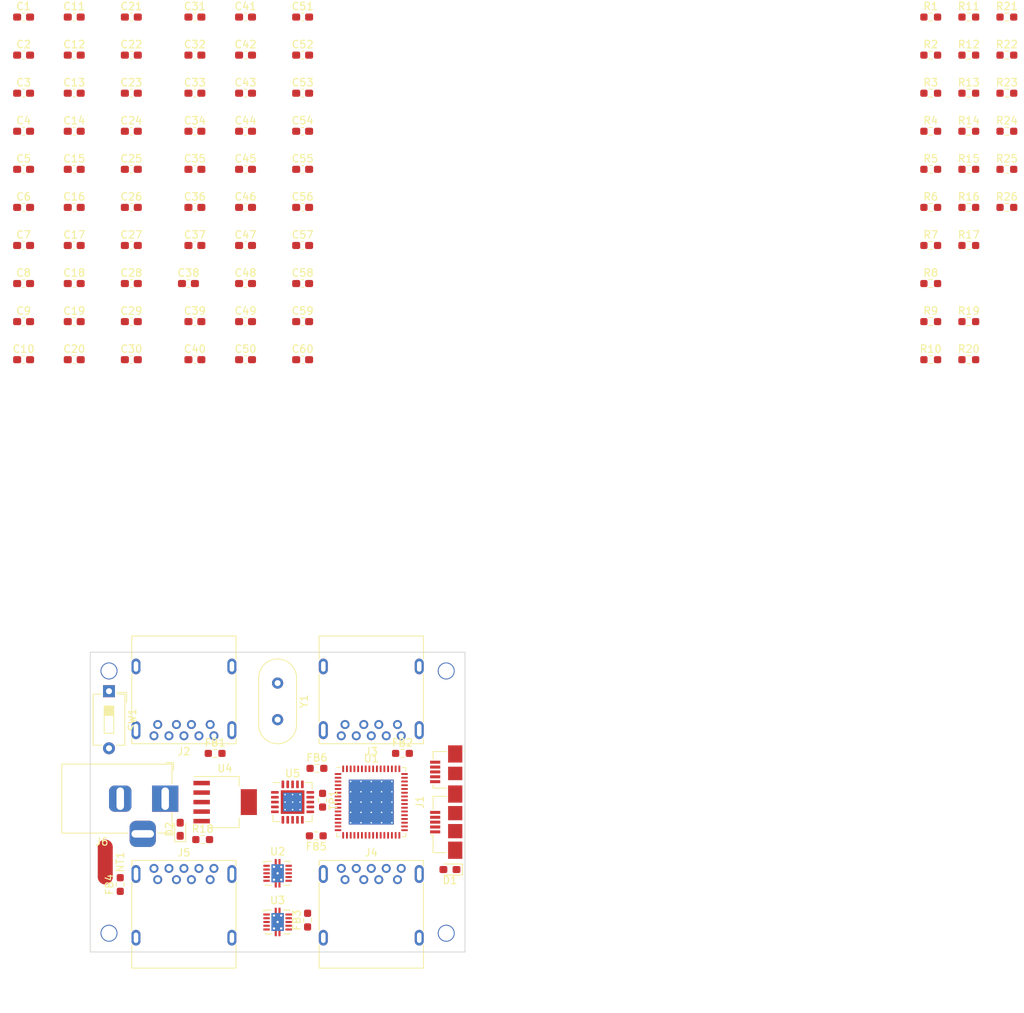
<source format=kicad_pcb>
(kicad_pcb (version 20211014) (generator pcbnew)
  (layers (0 "F.Cu" signal) (31 "B.Cu" signal) (34 "B.Paste" user) (35 "F.Paste" user) (36 "B.SilkS" user "B.Silkscreen") (37 "F.SilkS" user "F.Silkscreen") (38 "B.Mask" user) (39 "F.Mask" user) (44 "Edge.Cuts" user))
  (net 0 "")
  (net 1 "/VBUS")
  (net 2 "GND")
  (net 3 "/CAP_UP_TXM")
  (net 4 "/USB_SSTXM_UP")
  (net 5 "/CAP_UP_TXP")
  (net 6 "/USB_SSTXP_UP")
  (net 7 "GNDPWR")
  (net 8 "/VBUS_DS1")
  (net 9 "/USB_SSTXM_DN1")
  (net 10 "/CAP_DN_TXM1")
  (net 11 "/CAP_DN_TXP1")
  (net 12 "/USB_SSTXP_DN1")
  (net 13 "/VBUS_DS2")
  (net 14 "/USB_SSTXM_DN2")
  (net 15 "/CAP_DN_TXM2")
  (net 16 "/CAP_DN_TXP2")
  (net 17 "/USB_SSTXP_DN2")
  (net 18 "/VBUS_DS3")
  (net 19 "/USB_SSTXM_DN3")
  (net 20 "/CAP_DN_TXM3")
  (net 21 "/CAP_DN_TXP3")
  (net 22 "/USB_SSTXP_DN3")
  (net 23 "/VBUS_DS4")
  (net 24 "/USB_SSTXM_DN4")
  (net 25 "/CAP_DN_TXM4")
  (net 26 "/CAP_DN_TXP4")
  (net 27 "/USB_SSTXP_DN4")
  (net 28 "VDD")
  (net 29 "+3.3V")
  (net 30 "+5VL")
  (net 31 "/GRSTN")
  (net 32 "/XI")
  (net 33 "/XO")
  (net 34 "+5V")
  (net 35 "/DN1_VBUS")
  (net 36 "/DN2_VBUS")
  (net 37 "/DN3_VBUS")
  (net 38 "/DN4_VBUS")
  (net 39 "+3.3VP")
  (net 40 "+1V1")
  (net 41 "Net-(D1-Pad1)")
  (net 42 "Net-(D2-Pad1)")
  (net 43 "/USB_DM_UP")
  (net 44 "/USB_DP_UP")
  (net 45 "/(OTG)")
  (net 46 "/USB_SSRXM_UP")
  (net 47 "/USB_SSRXP_UP")
  (net 48 "/USB_DM_DN1")
  (net 49 "/USB_DP_DN1")
  (net 50 "/USB_SSRXM_DN1")
  (net 51 "/USB_SSRXP_DN1")
  (net 52 "/USB_DM_DN2")
  (net 53 "/USB_DP_DN2")
  (net 54 "/USB_SSRXM_DN2")
  (net 55 "/USB_SSRXP_DN2")
  (net 56 "/USB_DM_DN3")
  (net 57 "/USB_DP_DN3")
  (net 58 "/USB_SSRXM_DN3")
  (net 59 "/USB_SSRXP_DN3")
  (net 60 "/USB_DM_DN4")
  (net 61 "/USB_DP_DN4")
  (net 62 "/USB_SSRXM_DN4")
  (net 63 "/USB_SSRXP_DN4")
  (net 64 "/USB_VBUS")
  (net 65 "/~{FULL_PWERMGMT}")
  (net 66 "/GANGED")
  (net 67 "/PWRCTRL1_BATEN1")
  (net 68 "/PWRCTRL2_BATEN2")
  (net 69 "/PWRCTRL3_BATEN3")
  (net 70 "/PWRCTRL4_BATEN4")
  (net 71 "/USB_R1")
  (net 72 "/TEST")
  (net 73 "/~{OVERCUR1}")
  (net 74 "/~{OVERCUR2}")
  (net 75 "Net-(R21-Pad1)")
  (net 76 "/~{OVERCUR3}")
  (net 77 "/~{OVERCUR4}")
  (net 78 "Net-(R24-Pad1)")
  (net 79 "Net-(R25-Pad2)")
  (net 80 "/1P1V_SS")
  (net 85 "/~{AUTOEN}")
  (footprint "Capacitor_SMD:C_0603_1608Metric_Pad1.08x0.95mm_HandSolder" (layer "F.Cu") (at 30.48 55.88)
    (fp_text reference "C29" (at 0 -1.43) (layer "F.SilkS"))
    (fp_text value "0.1uF")
    (pad "1" smd roundrect (at -0.8625 0) (size 1.075 0.95) (layers "F.Cu" "F.Paste" "F.Mask") (net 28 "VDD"))
    (pad "2" smd roundrect (at 0.8625 0) (size 1.075 0.95) (layers "F.Cu" "F.Paste" "F.Mask") (net 2 "GND"))
  )
  (footprint "Resistor_SMD:R_0603_1608Metric_Pad0.98x0.95mm_HandSolder" (layer "F.Cu") (at 142.24 40.64)
    (fp_text reference "R16" (at 0 -1.43) (layer "F.SilkS"))
    (fp_text value "4.7K")
    (pad "1" smd roundrect (at -0.9125 0) (size 0.975 0.95) (layers "F.Cu" "F.Paste" "F.Mask") (net 72 "/TEST"))
    (pad "2" smd roundrect (at 0.9125 0) (size 0.975 0.95) (layers "F.Cu" "F.Paste" "F.Mask") (net 2 "GND"))
  )
  (footprint "Capacitor_SMD:C_0603_1608Metric_Pad1.08x0.95mm_HandSolder" (layer "F.Cu") (at 45.72 20.32)
    (fp_text reference "C42" (at 0 -1.43) (layer "F.SilkS"))
    (fp_text value "0.1uF")
    (pad "1" smd roundrect (at -0.8625 0) (size 1.075 0.95) (layers "F.Cu" "F.Paste" "F.Mask") (net 34 "+5V"))
    (pad "2" smd roundrect (at 0.8625 0) (size 1.075 0.95) (layers "F.Cu" "F.Paste" "F.Mask") (net 2 "GND"))
  )
  (footprint "Resistor_SMD:R_0603_1608Metric_Pad0.98x0.95mm_HandSolder" (layer "F.Cu") (at 41.6625 113.5)
    (fp_text reference "FB1" (at 0 -1.43) (layer "F.SilkS"))
    (fp_text value "BLM18PG221SN1D 220@100MHZ")
    (pad "1" smd roundrect (at -0.9125 0) (size 0.975 0.95) (layers "F.Cu" "F.Paste" "F.Mask") (net 8 "/VBUS_DS1"))
    (pad "2" smd roundrect (at 0.9125 0) (size 0.975 0.95) (layers "F.Cu" "F.Paste" "F.Mask") (net 35 "/DN1_VBUS"))
  )
  (footprint "Capacitor_SMD:C_0603_1608Metric_Pad1.08x0.95mm_HandSolder" (layer "F.Cu") (at 30.48 15.24)
    (fp_text reference "C21" (at 0 -1.43) (layer "F.SilkS"))
    (fp_text value "0.1uF")
    (pad "1" smd roundrect (at -0.8625 0) (size 1.075 0.95) (layers "F.Cu" "F.Paste" "F.Mask") (net 23 "/VBUS_DS4"))
    (pad "2" smd roundrect (at 0.8625 0) (size 1.075 0.95) (layers "F.Cu" "F.Paste" "F.Mask") (net 2 "GND"))
  )
  (footprint "Capacitor_SMD:C_0603_1608Metric_Pad1.08x0.95mm_HandSolder" (layer "F.Cu") (at 30.48 40.64)
    (fp_text reference "C26" (at 0 -1.43) (layer "F.SilkS"))
    (fp_text value "0.1uF")
    (pad "1" smd roundrect (at -0.8625 0) (size 1.075 0.95) (layers "F.Cu" "F.Paste" "F.Mask") (net 28 "VDD"))
    (pad "2" smd roundrect (at 0.8625 0) (size 1.075 0.95) (layers "F.Cu" "F.Paste" "F.Mask") (net 2 "GND"))
  )
  (footprint "Capacitor_SMD:C_0603_1608Metric_Pad1.08x0.95mm_HandSolder" (layer "F.Cu") (at 53.34 60.96)
    (fp_text reference "C60" (at 0 -1.43) (layer "F.SilkS"))
    (fp_text value "0.1uF")
    (pad "1" smd roundrect (at -0.8625 0) (size 1.075 0.95) (layers "F.Cu" "F.Paste" "F.Mask") (net 40 "+1V1"))
    (pad "2" smd roundrect (at 0.8625 0) (size 1.075 0.95) (layers "F.Cu" "F.Paste" "F.Mask") (net 2 "GND"))
  )
  (footprint "Capacitor_SMD:C_0603_1608Metric_Pad1.08x0.95mm_HandSolder" (layer "F.Cu") (at 16.1025 25.4)
    (fp_text reference "C3" (at 0 -1.43) (layer "F.SilkS"))
    (fp_text value "0.1uF")
    (pad "1" smd roundrect (at -0.8625 0) (size 1.075 0.95) (layers "F.Cu" "F.Paste" "F.Mask") (net 5 "/CAP_UP_TXP"))
    (pad "2" smd roundrect (at 0.8625 0) (size 1.075 0.95) (layers "F.Cu" "F.Paste" "F.Mask") (net 6 "/USB_SSTXP_UP"))
  )
  (footprint "Capacitor_SMD:C_0603_1608Metric_Pad1.08x0.95mm_HandSolder" (layer "F.Cu") (at 53.34 55.88)
    (fp_text reference "C59" (at 0 -1.43) (layer "F.SilkS"))
    (fp_text value "1uF")
    (pad "1" smd roundrect (at -0.8625 0) (size 1.075 0.95) (layers "F.Cu" "F.Paste" "F.Mask") (net 40 "+1V1"))
    (pad "2" smd roundrect (at 0.8625 0) (size 1.075 0.95) (layers "F.Cu" "F.Paste" "F.Mask") (net 2 "GND"))
  )
  (footprint "Resistor_SMD:R_0603_1608Metric_Pad0.98x0.95mm_HandSolder" (layer "F.Cu") (at 55.25 115.5)
    (fp_text reference "FB6" (at 0 -1.43) (layer "F.SilkS"))
    (fp_text value "BLM18PG221SN1D 220@100MHZ")
    (pad "1" smd roundrect (at -0.9125 0) (size 0.975 0.95) (layers "F.Cu" "F.Paste" "F.Mask") (net 28 "VDD"))
    (pad "2" smd roundrect (at 0.9125 0) (size 0.975 0.95) (layers "F.Cu" "F.Paste" "F.Mask") (net 40 "+1V1"))
  )
  (footprint "Resistor_SMD:R_0603_1608Metric_Pad0.98x0.95mm_HandSolder" (layer "F.Cu") (at 147.32 40.64)
    (fp_text reference "R26" (at 0 -1.43) (layer "F.SilkS"))
    (fp_text value "4.99k")
    (pad "1" smd roundrect (at -0.9125 0) (size 0.975 0.95) (layers "F.Cu" "F.Paste" "F.Mask") (net 79 "Net-(R25-Pad2)"))
    (pad "2" smd roundrect (at 0.9125 0) (size 0.975 0.95) (layers "F.Cu" "F.Paste" "F.Mask") (net 2 "GND"))
  )
  (footprint "Resistor_SMD:R_0603_1608Metric_Pad0.98x0.95mm_HandSolder" (layer "F.Cu") (at 137.16 40.64)
    (fp_text reference "R6" (at 0 -1.43) (layer "F.SilkS"))
    (fp_text value "4.7K")
    (pad "1" smd roundrect (at -0.9125 0) (size 0.975 0.95) (layers "F.Cu" "F.Paste" "F.Mask") (net 39 "+3.3VP"))
    (pad "2" smd roundrect (at 0.9125 0) (size 0.975 0.95) (layers "F.Cu" "F.Paste" "F.Mask") (net 67 "/PWRCTRL1_BATEN1"))
  )
  (footprint "Resistor_SMD:R_0603_1608Metric_Pad0.98x0.95mm_HandSolder" (layer "F.Cu") (at 137.16 30.48)
    (fp_text reference "R4" (at 0 -1.43) (layer "F.SilkS"))
    (fp_text value "4.7K")
    (pad "1" smd roundrect (at -0.9125 0) (size 0.975 0.95) (layers "F.Cu" "F.Paste" "F.Mask") (net 2 "GND"))
    (pad "2" smd roundrect (at 0.9125 0) (size 0.975 0.95) (layers "F.Cu" "F.Paste" "F.Mask") (net 66 "/GANGED"))
  )
  (footprint "Package_TO_SOT_SMD:SOT-223-6_TabPin3" (layer "F.Cu") (at 43 120)
    (fp_text reference "U4" (at -0.0375 -4.5) (layer "F.SilkS"))
    (fp_text value "TPS7A4533")
    (pad "1" smd rect (at -3.1375 -2.54) (size 2.2 0.6) (layers "F.Cu" "F.Paste" "F.Mask") (net 34 "+5V"))
    (pad "2" smd rect (at -3.1375 -1.27) (size 2.2 0.6) (layers "F.Cu" "F.Paste" "F.Mask") (net 34 "+5V"))
    (pad "3" smd rect (at -3.1375 0) (size 2.2 0.6) (layers "F.Cu" "F.Paste" "F.Mask") (net 2 "GND"))
    (pad "3" smd rect (at 3.1625 0) (size 2.15 3.45) (layers "F.Cu" "F.Paste" "F.Mask") (net 2 "GND"))
    (pad "4" smd rect (at -3.1375 1.27) (size 2.2 0.6) (layers "F.Cu" "F.Paste" "F.Mask") (net 39 "+3.3VP"))
    (pad "5" smd rect (at -3.1375 2.54) (size 2.2 0.6) (layers "F.Cu" "F.Paste" "F.Mask") (net 39 "+3.3VP"))
  )
  (footprint "Resistor_SMD:R_0603_1608Metric_Pad0.98x0.95mm_HandSolder" (layer "F.Cu") (at 55.1625 124.5 180)
    (fp_text reference "FB5" (at 0 -1.43) (layer "F.SilkS"))
    (fp_text value "BLM18PG221SN1D 220@100MHZ")
    (pad "1" smd roundrect (at -0.9125 0 180) (size 0.975 0.95) (layers "F.Cu" "F.Paste" "F.Mask") (net 29 "+3.3V"))
    (pad "2" smd roundrect (at 0.9125 0 180) (size 0.975 0.95) (layers "F.Cu" "F.Paste" "F.Mask") (net 39 "+3.3VP"))
  )
  (footprint "Capacitor_SMD:C_0603_1608Metric_Pad1.08x0.95mm_HandSolder" (layer "F.Cu") (at 38.9625 30.48)
    (fp_text reference "C34" (at 0 -1.43) (layer "F.SilkS"))
    (fp_text value "0.1uF")
    (pad "1" smd roundrect (at -0.8625 0) (size 1.075 0.95) (layers "F.Cu" "F.Paste" "F.Mask") (net 29 "+3.3V"))
    (pad "2" smd roundrect (at 0.8625 0) (size 1.075 0.95) (layers "F.Cu" "F.Paste" "F.Mask") (net 2 "GND"))
  )
  (footprint "Resistor_SMD:R_0603_1608Metric_Pad0.98x0.95mm_HandSolder" (layer "F.Cu") (at 147.32 20.32)
    (fp_text reference "R22" (at 0 -1.43) (layer "F.SilkS"))
    (fp_text value "10K")
    (pad "1" smd roundrect (at -0.9125 0) (size 0.975 0.95) (layers "F.Cu" "F.Paste" "F.Mask") (net 39 "+3.3VP"))
    (pad "2" smd roundrect (at 0.9125 0) (size 0.975 0.95) (layers "F.Cu" "F.Paste" "F.Mask") (net 76 "/~{OVERCUR3}"))
  )
  (footprint "Capacitor_SMD:C_0603_1608Metric_Pad1.08x0.95mm_HandSolder" (layer "F.Cu") (at 45.72 50.8)
    (fp_text reference "C48" (at 0 -1.43) (layer "F.SilkS"))
    (fp_text value "0.1uF")
    (pad "1" smd roundrect (at -0.8625 0) (size 1.075 0.95) (layers "F.Cu" "F.Paste" "F.Mask") (net 37 "/DN3_VBUS"))
    (pad "2" smd roundrect (at 0.8625 0) (size 1.075 0.95) (layers "F.Cu" "F.Paste" "F.Mask") (net 2 "GND"))
  )
  (footprint "Capacitor_SMD:C_0603_1608Metric_Pad1.08x0.95mm_HandSolder" (layer "F.Cu") (at 22.86 20.32)
    (fp_text reference "C12" (at 0 -1.43) (layer "F.SilkS"))
    (fp_text value "0.1uF")
    (pad "1" smd roundrect (at -0.8625 0) (size 1.075 0.95) (layers "F.Cu" "F.Paste" "F.Mask") (net 14 "/USB_SSTXM_DN2"))
    (pad "2" smd roundrect (at 0.8625 0) (size 1.075 0.95) (layers "F.Cu" "F.Paste" "F.Mask") (net 15 "/CAP_DN_TXM2"))
  )
  (footprint "Button_Switch_THT:SW_DIP_SPSTx01_Slide_6.7x4.1mm_W7.62mm_P2.54mm_LowProfile" (layer "F.Cu") (at 27.5 105.2 -90)
    (fp_text reference "SW1" (at 3.81 -3.11 90) (layer "F.SilkS"))
    (fp_text value "SW_DIP_x01")
    (pad "1" thru_hole rect (at 0 0 270) (size 1.6 1.6) (drill 0.8) (layers *.Cu *.Mask) (net 30 "+5VL"))
    (pad "2" thru_hole oval (at 7.62 0 270) (size 1.6 1.6) (drill 0.8) (layers *.Cu *.Mask) (net 34 "+5V"))
  )
  (footprint "Capacitor_SMD:C_0603_1608Metric_Pad1.08x0.95mm_HandSolder" (layer "F.Cu") (at 45.72 15.24)
    (fp_text reference "C41" (at 0 -1.43) (layer "F.SilkS"))
    (fp_text value "18pF")
    (pad "1" smd roundrect (at -0.8625 0) (size 1.075 0.95) (layers "F.Cu" "F.Paste" "F.Mask") (net 2 "GND"))
    (pad "2" smd roundrect (at 0.8625 0) (size 1.075 0.95) (layers "F.Cu" "F.Paste" "F.Mask") (net 33 "/XO"))
  )
  (footprint "Capacitor_SMD:C_0603_1608Metric_Pad1.08x0.95mm_HandSolder" (layer "F.Cu") (at 22.86 55.88)
    (fp_text reference "C19" (at 0 -1.43) (layer "F.SilkS"))
    (fp_text value "0.001uF")
    (pad "1" smd roundrect (at -0.8625 0) (size 1.075 0.95) (layers "F.Cu" "F.Paste" "F.Mask") (net 2 "GND"))
    (pad "2" smd roundrect (at 0.8625 0) (size 1.075 0.95) (layers "F.Cu" "F.Paste" "F.Mask") (net 7 "GNDPWR"))
  )
  (footprint "Capacitor_SMD:C_0603_1608Metric_Pad1.08x0.95mm_HandSolder" (layer "F.Cu") (at 16.1025 20.32)
    (fp_text reference "C2" (at 0 -1.43) (layer "F.SilkS"))
    (fp_text value "0.1uF")
    (pad "1" smd roundrect (at -0.8625 0) (size 1.075 0.95) (layers "F.Cu" "F.Paste" "F.Mask") (net 3 "/CAP_UP_TXM"))
    (pad "2" smd roundrect (at 0.8625 0) (size 1.075 0.95) (layers "F.Cu" "F.Paste" "F.Mask") (net 4 "/USB_SSTXM_UP"))
  )
  (footprint "Capacitor_SMD:C_0603_1608Metric_Pad1.08x0.95mm_HandSolder" (layer "F.Cu") (at 45.72 40.64)
    (fp_text reference "C46" (at 0 -1.43) (layer "F.SilkS"))
    (fp_text value "150uF")
    (pad "1" smd roundrect (at -0.8625 0) (size 1.075 0.95) (layers "F.Cu" "F.Paste" "F.Mask") (net 36 "/DN2_VBUS"))
    (pad "2" smd roundrect (at 0.8625 0) (size 1.075 0.95) (layers "F.Cu" "F.Paste" "F.Mask") (net 2 "GND"))
  )
  (footprint "Resistor_SMD:R_0603_1608Metric_Pad0.98x0.95mm_HandSolder" (layer "F.Cu") (at 137.16 20.32)
    (fp_text reference "R2" (at 0 -1.43) (layer "F.SilkS"))
    (fp_text value "10K")
    (pad "1" smd roundrect (at -0.9125 0) (size 0.975 0.95) (layers "F.Cu" "F.Paste" "F.Mask") (net 64 "/USB_VBUS"))
    (pad "2" smd roundrect (at 0.9125 0) (size 0.975 0.95) (layers "F.Cu" "F.Paste" "F.Mask") (net 2 "GND"))
  )
  (footprint "Connector_BarrelJack:BarrelJack_Horizontal" (layer "F.Cu") (at 35 119.5425)
    (fp_text reference "J6" (at -8.45 5.75) (layer "F.SilkS"))
    (fp_text value "Barrel_Jack")
    (pad "1" thru_hole rect (at 0 0) (size 3.5 3.5) (drill oval 1 3) (layers *.Cu *.Mask) (net 30 "+5VL"))
    (pad "2" thru_hole roundrect (at -6 0) (size 3 3.5) (drill oval 1 3) (layers *.Cu *.Mask) (net 7 "GNDPWR"))
    (pad "3" thru_hole roundrect (at -3 4.7) (size 3.5 3.5) (drill oval 3 1) (layers *.Cu *.Mask))
  )
  (footprint "Capacitor_SMD:C_0603_1608Metric_Pad1.08x0.95mm_HandSolder" (layer "F.Cu") (at 38.9625 35.56)
    (fp_text reference "C35" (at 0 -1.43) (layer "F.SilkS"))
    (fp_text value "0.1uF")
    (pad "1" smd roundrect (at -0.8625 0) (size 1.075 0.95) (layers "F.Cu" "F.Paste" "F.Mask") (net 29 "+3.3V"))
    (pad "2" smd roundrect (at 0.8625 0) (size 1.075 0.95) (layers "F.Cu" "F.Paste" "F.Mask") (net 2 "GND"))
  )
  (footprint "Capacitor_SMD:C_0603_1608Metric_Pad1.08x0.95mm_HandSolder" (layer "F.Cu") (at 22.86 30.48)
    (fp_text reference "C14" (at 0 -1.43) (layer "F.SilkS"))
    (fp_text value "0.1uF")
    (pad "1" smd roundrect (at -0.8625 0) (size 1.075 0.95) (layers "F.Cu" "F.Paste" "F.Mask") (net 2 "GND"))
    (pad "2" smd roundrect (at 0.8625 0) (size 1.075 0.95) (layers "F.Cu" "F.Paste" "F.Mask") (net 7 "GNDPWR"))
  )
  (footprint "Resistor_SMD:R_0603_1608Metric_Pad0.98x0.95mm_HandSolder" (layer "F.Cu") (at 142.24 25.4)
    (fp_text reference "R13" (at 0 -1.43) (layer "F.SilkS"))
    (fp_text value "1M")
    (pad "1" smd roundrect (at -0.9125 0) (size 0.975 0.95) (layers "F.Cu" "F.Paste" "F.Mask") (net 2 "GND"))
    (pad "2" smd roundrect (at 0.9125 0) (size 0.975 0.95) (layers "F.Cu" "F.Paste" "F.Mask") (net 7 "GNDPWR"))
  )
  (footprint "Resistor_SMD:R_0603_1608Metric_Pad0.98x0.95mm_HandSolder" (layer "F.Cu") (at 137.16 45.72)
    (fp_text reference "R7" (at 0 -1.43) (layer "F.SilkS"))
    (fp_text value "1M")
    (pad "1" smd roundrect (at -0.9125 0) (size 0.975 0.95) (layers "F.Cu" "F.Paste" "F.Mask") (net 2 "GND"))
    (pad "2" smd roundrect (at 0.9125 0) (size 0.975 0.95) (layers "F.Cu" "F.Paste" "F.Mask") (net 7 "GNDPWR"))
  )
  (footprint "Resistor_SMD:R_0603_1608Metric_Pad0.98x0.95mm_HandSolder" (layer "F.Cu") (at 66.6625 113.5)
    (fp_text reference "FB2" (at 0 -1.43) (layer "F.SilkS"))
    (fp_text value "BLM18PG221SN1D 220@100MHZ")
    (pad "1" smd roundrect (at -0.9125 0) (size 0.975 0.95) (layers "F.Cu" "F.Paste" "F.Mask") (net 13 "/VBUS_DS2"))
    (pad "2" smd roundrect (at 0.9125 0) (size 0.975 0.95) (layers "F.Cu" "F.Paste" "F.Mask") (net 36 "/DN2_VBUS"))
  )
  (footprint "Diode_SMD:D_0603_1608Metric_Pad1.05x0.95mm_HandSolder" (layer "F.Cu") (at 73 129 180)
    (fp_text reference "D1" (at 0 -1.43) (layer "F.SilkS"))
    (fp_text value "LED")
    (pad "1" smd roundrect (at -0.875 0 180) (size 1.05 0.95) (layers "F.Cu" "F.Paste" "F.Mask") (net 41 "Net-(D1-Pad1)"))
    (pad "2" smd roundrect (at 0.875 0 180) (size 1.05 0.95) (layers "F.Cu" "F.Paste" "F.Mask") (net 1 "/VBUS"))
  )
  (footprint "Resistor_SMD:R_0603_1608Metric_Pad0.98x0.95mm_HandSolder" (layer "F.Cu") (at 147.32 15.24)
    (fp_text reference "R21" (at 0 -1.43) (layer "F.SilkS"))
    (fp_text value "25.5K")
    (pad "1" smd roundrect (at -0.9125 0) (size 0.975 0.95) (layers "F.Cu" "F.Paste" "F.Mask") (net 75 "Net-(R21-Pad1)"))
    (pad "2" smd roundrect (at 0.9125 0) (size 0.975 0.95) (layers "F.Cu" "F.Paste" "F.Mask") (net 2 "GND"))
  )
  (footprint "Resistor_SMD:R_0603_1608Metric_Pad0.98x0.95mm_HandSolder" (layer "F.Cu") (at 147.32 35.56)
    (fp_text reference "R25" (at 0 -1.43) (layer "F.SilkS"))
    (fp_text value "1.87k")
    (pad "1" smd roundrect (at -0.9125 0) (size 0.975 0.95) (layers "F.Cu" "F.Paste" "F.Mask") (net 40 "+1V1"))
    (pad "2" smd roundrect (at 0.9125 0) (size 0.975 0.95) (layers "F.Cu" "F.Paste" "F.Mask") (net 79 "Net-(R25-Pad2)"))
  )
  (footprint "Capacitor_SMD:C_0603_1608Metric_Pad1.08x0.95mm_HandSolder" (layer "F.Cu") (at 53.34 40.64)
    (fp_text reference "C56" (at 0 -1.43) (layer "F.SilkS"))
    (fp_text value "10uF")
    (pad "1" smd roundrect (at -0.8625 0) (size 1.075 0.95) (layers "F.Cu" "F.Paste" "F.Mask") (net 39 "+3.3VP"))
    (pad "2" smd roundrect (at 0.8625 0) (size 1.075 0.95) (layers "F.Cu" "F.Paste" "F.Mask") (net 2 "GND"))
  )
  (footprint "NetTie:NetTie-2_SMD_Pad2.0mm" (layer "F.Cu") (at 27 128 -90)
    (fp_text reference "NT1" (at 0 -2 90) (layer "F.SilkS"))
    (fp_text value "NetTie_2")
    (fp_poly (pts (xy -2 -1) (xy 2 -1) (xy 2 1) (xy -2 1)) (layer "F.Cu") (width 0) (fill solid))
    (pad "1" smd circle (at -2 0 270) (size 2 2) (layers "F.Cu") (net 7 "GNDPWR"))
    (pad "2" smd circle (at 2 0 270) (size 2 2) (layers "F.Cu") (net 2 "GND"))
  )
  (footprint "Capacitor_SMD:C_0603_1608Metric_Pad1.08x0.95mm_HandSolder" (layer "F.Cu") (at 45.72 45.72)
    (fp_text reference "C47" (at 0 -1.43) (layer "F.SilkS"))
    (fp_text value "0.1uF")
    (pad "1" smd roundrect (at -0.8625 0) (size 1.075 0.95) (layers "F.Cu" "F.Paste" "F.Mask") (net 34 "+5V"))
    (pad "2" smd roundrect (at 0.8625 0) (size 1.075 0.95) (layers "F.Cu" "F.Paste" "F.Mask") (net 2 "GND"))
  )
  (footprint "Capacitor_SMD:C_0603_1608Metric_Pad1.08x0.95mm_HandSolder" (layer "F.Cu") (at 16.1025 40.64)
    (fp_text reference "C6" (at 0 -1.43) (layer "F.SilkS"))
    (fp_text value "0.1uF")
    (pad "1" smd roundrect (at -0.8625 0) (size 1.075 0.95) (layers "F.Cu" "F.Paste" "F.Mask") (net 8 "/VBUS_DS1"))
    (pad "2" smd roundrect (at 0.8625 0) (size 1.075 0.95) (layers "F.Cu" "F.Paste" "F.Mask") (net 2 "GND"))
  )
  (footprint "Resistor_SMD:R_0603_1608Metric_Pad0.98x0.95mm_HandSolder" (layer "F.Cu") (at 40 125)
    (fp_text reference "R18" (at 0 -1.43) (layer "F.SilkS"))
    (fp_text value "330")
    (pad "1" smd roundrect (at -0.9125 0) (size 0.975 0.95) (layers "F.Cu" "F.Paste" "F.Mask") (net 42 "Net-(D2-Pad1)"))
    (pad "2" smd roundrect (at 0.9125 0) (size 0.975 0.95) (layers "F.Cu" "F.Paste" "F.Mask") (net 2 "GND"))
  )
  (footprint "Resistor_SMD:R_0603_1608Metric_Pad0.98x0.95mm_HandSolder" (layer "F.Cu") (at 142.24 55.88)
    (fp_text reference "R19" (at 0 -1.43) (layer "F.SilkS"))
    (fp_text value "10K")
    (pad "1" smd roundrect (at -0.9125 0) (size 0.975 0.95) (layers "F.Cu" "F.Paste" "F.Mask") (net 39 "+3.3VP"))
    (pad "2" smd roundrect (at 0.9125 0) (size 0.975 0.95) (layers "F.Cu" "F.Paste" "F.Mask") (net 73 "/~{OVERCUR1}"))
  )
  (footprint "Capacitor_SMD:C_0603_1608Metric_Pad1.08x0.95mm_HandSolder" (layer "F.Cu") (at 22.86 60.96)
    (fp_text reference "C20" (at 0 -1.43) (layer "F.SilkS"))
    (fp_text value "0.1uF")
    (pad "1" smd roundrect (at -0.8625 0) (size 1.075 0.95) (layers "F.Cu" "F.Paste" "F.Mask") (net 2 "GND"))
    (pad "2" smd roundrect (at 0.8625 0) (size 1.075 0.95) (layers "F.Cu" "F.Paste" "F.Mask") (net 7 "GNDPWR"))
  )
  (footprint "Capacitor_SMD:C_0603_1608Metric_Pad1.08x0.95mm_HandSolder" (layer "F.Cu") (at 53.34 35.56)
    (fp_text reference "C55" (at 0 -1.43) (layer "F.SilkS"))
    (fp_text value "10uF")
    (pad "1" smd roundrect (at -0.8625 0) (size 1.075 0.95) (layers "F.Cu" "F.Paste" "F.Mask") (net 34 "+5V"))
    (pad "2" smd roundrect (at 0.8625 0) (size 1.075 0.95) (layers "F.Cu" "F.Paste" "F.Mask") (net 2 "GND"))
  )
  (footprint "Crystal:Crystal_HC49-U_Vertical" (layer "F.Cu") (at 50 104.12 -90)
    (fp_text reference "Y1" (at 2.44 -3.525 -90) (layer "F.SilkS"))
    (fp_text value "24MHz")
    (pad "1" thru_hole circle (at 0 0 270) (size 1.5 1.5) (drill 0.8) (layers *.Cu *.Mask) (net 32 "/XI"))
    (pad "2" thru_hole circle (at 4.88 0 270) (size 1.5 1.5) (drill 0.8) (layers *.Cu *.Mask) (net 33 "/XO"))
  )
  (footprint "Capacitor_SMD:C_0603_1608Metric_Pad1.08x0.95mm_HandSolder" (layer "F.Cu") (at 30.48 20.32)
    (fp_text reference "C22" (at 0 -1.43) (layer "F.SilkS"))
    (fp_text value "0.1uF")
    (pad "1" smd roundrect (at -0.8625 0) (size 1.075 0.95) (layers "F.Cu" "F.Paste" "F.Mask") (net 24 "/USB_SSTXM_DN4"))
    (pad "2" smd roundrect (at 0.8625 0) (size 1.075 0.95) (layers "F.Cu" "F.Paste" "F.Mask") (net 25 "/CAP_DN_TXM4"))
  )
  (footprint "Package_SON:VSON-10-1EP_3x3mm_P0.5mm_EP1.65x2.4mm_ThermalVias" (layer "F.Cu") (at 50 129.5)
    (fp_text reference "U2" (at 0 -2.9) (layer "F.SilkS"))
    (fp_text value "TPS2561")
    (pad "1" smd rect (at -1.475 -1) (size 0.85 0.28) (layers "F.Cu" "F.Paste" "F.Mask") (net 2 "GND"))
    (pad "2" smd rect (at -1.475 -0.5) (size 0.85 0.28) (layers "F.Cu" "F.Paste" "F.Mask") (net 34 "+5V"))
    (pad "3" smd rect (at -1.475 0) (size 0.85 0.28) (layers "F.Cu" "F.Paste" "F.Mask") (net 34 "+5V"))
    (pad "4" smd rect (at -1.475 0.5) (size 0.85 0.28) (layers "F.Cu" "F.Paste" "F.Mask") (net 67 "/PWRCTRL1_BATEN1"))
    (pad "5" smd rect (at -1.475 1) (size 0.85 0.28) (layers "F.Cu" "F.Paste" "F.Mask") (net 68 "/PWRCTRL2_BATEN2"))
    (pad "6" smd rect (at 1.475 1) (size 0.85 0.28) (layers "F.Cu" "F.Paste" "F.Mask") (net 74 "/~{OVERCUR2}"))
    (pad "7" smd rect (at 1.475 0.5) (size 0.85 0.28) (layers "F.Cu" "F.Paste" "F.Mask") (net 75 "Net-(R21-Pad1)"))
    (pad "8" smd rect (at 1.475 0) (size 0.85 0.28) (layers "F.Cu" "F.Paste" "F.Mask") (net 36 "/DN2_VBUS"))
    (pad "9" smd rect (at 1.475 -0.5) (size 0.85 0.28) (layers "F.Cu" "F.Paste" "F.Mask") (net 35 "/DN1_VBUS"))
    (pad "10" smd rect (at 1.475 -1) (size 0.85 0.28) (layers "F.Cu" "F.Paste" "F.Mask") (net 73 "/~{OVERCUR1}"))
    (pad "11" smd rect (at 0 0) (size 1.65 2.4) (layers "F.Cu" "F.Mask") (net 2 "GND"))
    (pad "11" smd rect (at 0 0) (size 1.65 2.4) (layers "B.Cu") (net 2 "GND"))
    (pad "11" smd rect (at 0.25 1.55) (size 0.28 0.7) (layers "F.Cu" "F.Paste" "F.Mask") (net 2 "GND"))
    (pad "11" smd rect (at -0.25 -1.55) (size 0.28 0.7) (layers "F.Cu" "F.Paste" "F.Mask") (net 2 "GND"))
    (pad "11" thru_hole circle (at -0.48 0.86) (size 0.6 0.6) (drill 0.3) (layers *.Cu) (net 2 "GND"))
    (pad "11" thru_hole circle (at 0.48 0.86) (size 0.6 0.6) (drill 0.3) (layers *.Cu) (net 2 "GND"))
    (pad "11" thru_hole circle (at 0 0) (size 0.6 0.6) (drill 0.3) (layers *.Cu) (net 2 "GND"))
    (pad "11" thru_hole circle (at -0.48 -0.86) (size 0.6 0.6) (drill 0.3) (layers *.Cu) (net 2 "GND"))
    (pad "11" smd rect (at 0.25 -1.55) (size 0.28 0.7) (layers "F.Cu" "F.Paste" "F.Mask") (net 2 "GND"))
    (pad "11" thru_hole circle (at 0.48 -0.86) (size 0.6 0.6) (drill 0.3) (layers *.Cu) (net 2 "GND"))
    (pad "11" smd rect (at -0.25 1.55) (size 0.28 0.7) (layers "F.Cu" "F.Paste" "F.Mask") (net 2 "GND"))
  )
  (footprint "Resistor_SMD:R_0603_1608Metric_Pad0.98x0.95mm_HandSolder" (layer "F.Cu") (at 56 119.75 -90)
    (fp_text reference "TP1" (at 0 -1.43 90) (layer "F.SilkS"))
    (fp_text value "(Do Not Populate)")
    (pad "1" smd roundrect (at -0.9125 0 270) (size 0.975 0.95) (layers "F.Cu" "F.Paste" "F.Mask") (net 80 "/1P1V_SS"))
    (pad "2" smd roundrect (at 0.9125 0 270) (size 0.975 0.95) (layers "F.Cu" "F.Paste" "F.Mask") (net 2 "GND"))
  )
  (footprint "Capacitor_SMD:C_0603_1608Metric_Pad1.08x0.95mm_HandSolder" (layer "F.Cu") (at 45.72 30.48)
    (fp_text reference "C44" (at 0 -1.43) (layer "F.SilkS"))
    (fp_text value "150uF")
    (pad "1" smd roundrect (at -0.8625 0) (size 1.075 0.95) (layers "F.Cu" "F.Paste" "F.Mask") (net 35 "/DN1_VBUS"))
    (pad "2" smd roundrect (at 0.8625 0) (size 1.075 0.95) (layers "F.Cu" "F.Paste" "F.Mask") (net 2 "GND"))
  )
  (footprint "Resistor_SMD:R_0603_1608Metric_Pad0.98x0.95mm_HandSolder" (layer "F.Cu") (at 142.24 20.32)
    (fp_text reference "R12" (at 0 -1.43) (layer "F.SilkS"))
    (fp_text value "4.7K")
    (pad "1" smd roundrect (at -0.9125 0) (size 0.975 0.95) (layers "F.Cu" "F.Paste" "F.Mask") (net 39 "+3.3VP"))
    (pad "2" smd roundrect (at 0.9125 0) (size 0.975 0.95) (layers "F.Cu" "F.Paste" "F.Mask") (net 70 "/PWRCTRL4_BATEN4"))
  )
  (footprint "Connector_USB:USB3_A_Molex_48393-001" (layer "F.Cu") (at 59 130.35)
    (fp_text reference "J4" (at 3.5 -3.6) (layer "F.SilkS"))
    (fp_text value "USB3_A")
    (pad "1" thru_hole circle (at 0 0) (size 1.2 1.2) (drill 0.7) (layers *.Cu *.Mask) (net 18 "/VBUS_DS3"))
    (pad "2" thru_hole circle (at 2.5 0) (size 1.2 1.2) (drill 0.7) (layers *.Cu *.Mask) (net 56 "/USB_DM_DN3"))
    (pad "3" thru_hole circle (at 4.5 0) (size 1.2 1.2) (drill 0.7) (layers *.Cu *.Mask) (net 57 "/USB_DP_DN3"))
    (pad "4" thru_hole circle (at 7 0) (size 1.2 1.2) (drill 0.7) (layers *.Cu *.Mask) (net 2 "GND"))
    (pad "5" thru_hole circle (at 7.5 -1.5) (size 1.2 1.2) (drill 0.7) (layers *.Cu *.Mask) (net 58 "/USB_SSRXM_DN3"))
    (pad "6" thru_hole circle (at 5.5 -1.5) (size 1.2 1.2) (drill 0.7) (layers *.Cu *.Mask) (net 59 "/USB_SSRXP_DN3"))
    (pad "7" thru_hole circle (at 3.5 -1.5) (size 1.2 1.2) (drill 0.7) (layers *.Cu *.Mask) (net 2 "GND"))
    (pad "8" thru_hole circle (at 1.5 -1.5) (size 1.2 1.2) (drill 0.7) (layers *.Cu *.Mask) (net 20 "/CAP_DN_TXM3"))
    (pad "9" thru_hole circle (at -0.5 -1.5) (size 1.2 1.2) (drill 0.7) (layers *.Cu *.Mask) (net 21 "/CAP_DN_TXP3"))
    (pad "10" thru_hole oval (at 9.9 -0.75) (size 1.2 2.4) (drill oval 0.6 1.7) (layers *.Cu *.Mask) (net 7 "GNDPWR"))
    (pad "10" thru_hole oval (at 9.9 7.75) (size 1.2 2.1) (drill oval 0.6 1.4) (layers *.Cu *.Mask) (net 7 "GNDPWR"))
    (pad "10" thru_hole oval (at -2.9 7.75) (size 1.2 2.1) (drill oval 0.6 1.4) (layers *.Cu *.Mask) (net 7 "GNDPWR"))
    (pad "10" thru_hole oval (at -2.9 -0.75) (size 1.2 2.4) (drill oval 0.6 1.7) (layers *.Cu *.Mask) (net 7 "GNDPWR"))
  )
  (footprint "Diode_SMD:D_0603_1608Metric_Pad1.05x0.95mm_HandSolder" (layer "F.Cu") (at 37 123.625 90)
    (fp_text reference "D2" (at 0 -1.43 90) (layer "F.SilkS"))
    (fp_text value "LED")
    (pad "1" smd roundrect (at -0.875 0 90) (size 1.05 0.95) (layers "F.Cu" "F.Paste" "F.Mask") (net 42 "Net-(D2-Pad1)"))
    (pad "2" smd roundrect (at 0.875 0 90) (size 1.05 0.95) (layers "F.Cu" "F.Paste" "F.Mask") (net 39 "+3.3VP"))
  )
  (footprint "Connector_USB:USB3_Micro-B_Connfly_DS1104-01" (layer "F.Cu") (at 72.5 120 90)
    (fp_text reference "J1" (at 0 -3.507 90 unlocked) (layer "F.SilkS"))
    (fp_text value "USB3_B_Micro")
    (pad "1" smd rect (at -3.975 -1.475 90) (size 0.4 1.35) (layers "F.Cu" "F.Paste" "F.Mask") (net 1 "/VBUS"))
    (pad "2" smd rect (at -3.325 -1.475 90) (size 0.4 1.35) (layers "F.Cu" "F.Paste" "F.Mask") (net 43 "/USB_DM_UP"))
    (pad "3" smd rect (at -2.675 -1.475 90) (size 0.4 1.35) (layers "F.Cu" "F.Paste" "F.Mask") (net 44 "/USB_DP_UP"))
    (pad "4" smd rect (at -2.025 -1.475 90) (size 0.4 1.35) (layers "F.Cu" "F.Paste" "F.Mask") (net 45 "/(OTG)"))
    (pad "5" smd rect (at -1.375 -1.475 90) (size 0.4 1.35) (layers "F.Cu" "F.Paste" "F.Mask") (net 2 "GND"))
    (pad "6" smd rect (at 2.725 -1.475 90) (size 0.4 1.35) (layers "F.Cu" "F.Paste" "F.Mask") (net 3 "/CAP_UP_TXM"))
    (pad "7" smd rect (at 3.375 -1.475 90) (size 0.4 1.35) (layers "F.Cu" "F.Paste" "F.Mask") (net 5 "/CAP_UP_TXP"))
    (pad "8" smd rect (at 4.025 -1.475 90) (size 0.4 1.35) (layers "F.Cu" "F.Paste" "F.Mask") (net 2 "GND"))
    (pad "9" smd rect (at 4.675 -1.475 90) (size 0.4 1.35) (layers "F.Cu" "F.Paste" "F.Mask") (net 46 "/USB_SSRXM_UP"))
    (pad "10" smd rect (at 5.325 -1.475 90) (size 0.4 1.35) (layers "F.Cu" "F.Paste" "F.Mask") (net 47 "/USB_SSRXP_UP"))
    (pad "11" smd rect (at -1.475 1.2 90) (size 1.9 1.9) (layers "F.Cu" "F.Paste" "F.Mask") (net 7 "GNDPWR"))
    (pad "11" smd rect (at 3.825 1.2 90) (size 1.8 1.9) (layers "F.Cu" "F.Paste" "F.Mask") (net 7 "GNDPWR"))
    (pad "11" smd rect (at -6.425 1.2 90) (size 2.3 1.9) (layers "F.Cu" "F.Paste" "F.Mask") (net 7 "GNDPWR"))
    (pad "11" smd rect (at 6.425 1.2 90) (size 2.3 1.9) (layers "F.Cu" "F.Paste" "F.Mask") (net 7 "GNDPWR"))
    (pad "11" smd rect (at 1.075 1.2 90) (size 2.3 1.9) (layers "F.Cu" "F.Paste" "F.Mask") (net 7 "GNDPWR"))
    (pad "11" smd rect (at -3.875 1.2 90) (size 1.9 1.9) (layers "F.Cu" "F.Paste" "F.Mask") (net 7 "GNDPWR"))
  )
  (footprint "Capacitor_SMD:C_0603_1608Metric_Pad1.08x0.95mm_HandSolder" (layer "F.Cu") (at 30.48 35.56)
    (fp_text reference "C25" (at 0 -1.43) (layer "F.SilkS"))
    (fp_text value "0.001uF")
    (pad "1" smd roundrect (at -0.8625 0) (size 1.075 0.95) (layers "F.Cu" "F.Paste" "F.Mask") (net 2 "GND"))
    (pad "2" smd roundrect (at 0.8625 0) (size 1.075 0.95) (layers "F.Cu" "F.Paste" "F.Mask") (net 7 "GNDPWR"))
  )
  (footprint "Connector_USB:USB3_A_Molex_48393-001" (layer "F.Cu") (at 41 109.65 180)
    (fp_text reference "J2" (at 3.5 -3.6) (layer "F.SilkS"))
    (fp_text value "USB3_A")
    (pad "1" thru_hole circle (at 0 0 180) (size 1.2 1.2) (drill 0.7) (layers *.Cu *.Mask) (net 8 "/VBUS_DS1"))
    (pad "2" thru_hole circle (at 2.5 0 180) (size 1.2 1.2) (drill 0.7) (layers *.Cu *.Mask) (net 48 "/USB_DM_DN1"))
    (pad "3" thru_hole circle (at 4.5 0 180) (size 1.2 1.2) (drill 0.7) (layers *.Cu *.Mask) (net 49 "/USB_DP_DN1"))
    (pad "4" thru_hole circle (at 7 0 180) (size 1.2 1.2) (drill 0.7) (layers *.Cu *.Mask) (net 2 "GND"))
    (pad "5" thru_hole circle (at 7.5 -1.5 180) (size 1.2 1.2) (drill 0.7) (layers *.Cu *.Mask) (net 50 "/USB_SSRXM_DN1"))
    (pad "6" thru_hole circle (at 5.5 -1.5 180) (size 1.2 1.2) (drill 0.7) (layers *.Cu *.Mask) (net 51 "/USB_SSRXP_DN1"))
    (pad "7" thru_hole circle (at 3.5 -1.5 180) (size 1.2 1.2) (drill 0.7) (layers *.Cu *.Mask) (net 2 "GND"))
    (pad "8" thru_hole circle (at 1.5 -1.5 180) (size 1.2 1.2) (drill 0.7) (layers *.Cu *.Mask) (net 10 "/CAP_DN_TXM1"))
    (pad "9" thru_hole circle (at -0.5 -1.5 180) (size 1.2 1.2) (drill 0.7) (layers *.Cu *.Mask) (net 11 "/CAP_DN_TXP1"))
    (pad "10" thru_hole oval (at 9.9 -0.75 180) (size 1.2 2.4) (drill oval 0.6 1.7) (layers *.Cu *.Mask) (net 7 "GNDPWR"))
    (pad "10" thru_hole oval (at -2.9 -0.75 180) (size 1.2 2.4) (drill oval 0.6 1.7) (layers *.Cu *.Mask) (net 7 "GNDPWR"))
    (pad "10" thru_hole oval (at -2.9 7.75 180) (size 1.2 2.1) (drill oval 0.6 1.4) (layers *.Cu *.Mask) (net 7 "GNDPWR"))
    (pad "10" thru_hole oval (at 9.9 7.75 180) (size 1.2 2.1) (drill oval 0.6 1.4) (layers *.Cu *.Mask) (net 7 "GNDPWR"))
  )
  (footprint "Capacitor_SMD:C_0603_1608Metric_Pad1.08x0.95mm_HandSolder" (layer "F.Cu") (at 45.72 35.56)
    (fp_text reference "C45" (at 0 -1.43) (layer "F.SilkS"))
    (fp_text value "0.1uF")
    (pad "1" smd roundrect (at -0.8625 0) (size 1.075 0.95) (layers "F.Cu" "F.Paste" "F.Mask") (net 36 "/DN2_VBUS"))
    (pad "2" smd roundrect (at 0.8625 0) (size 1.075 0.95) (layers "F.Cu" "F.Paste" "F.Mask") (net 2 "GND"))
  )
  (footprint "Capacitor_SMD:C_0603_1608Metric_Pad1.08x0.95mm_HandSolder" (layer "F.Cu") (at 45.72 60.96)
    (fp_text reference "C50" (at 0 -1.43) (layer "F.SilkS"))
    (fp_text value "0.1uF")
    (pad "1" smd roundrect (at -0.8625 0) (size 1.075 0.95) (layers "F.Cu" "F.Paste" "F.Mask") (net 38 "/DN4_VBUS"))
    (pad "2" smd roundrect (at 0.8625 0) (size 1.075 0.95) (layers "F.Cu" "F.Paste" "F.Mask") (net 2 "GND"))
  )
  (footprint "Capacitor_SMD:C_0603_1608Metric_Pad1.08x0.95mm_HandSolder" (layer "F.Cu") (at 45.72 55.88)
    (fp_text reference "C49" (at 0 -1.43) (layer "F.SilkS"))
    (fp_text value "150uF")
    (pad "1" smd roundrect (at -0.8625 0) (size 1.075 0.95) (layers "F.Cu" "F.Paste" "F.Mask") (net 37 "/DN3_VBUS"))
    (pad "2" smd roundrect (at 0.8625 0) (size 1.075 0.95) (layers "F.Cu" "F.Paste" "F.Mask") (net 2 "GND"))
  )
  (footprint "Capacitor_SMD:C_0603_1608Metric_Pad1.08x0.95mm_HandSolder" (layer "F.Cu") (at 16.1025 55.88)
    (fp_text reference "C9" (at 0 -1.43) (layer "F.SilkS"))
    (fp_text value "0.001uF")
    (pad "1" smd roundrect (at -0.8625 0) (size 1.075 0.95) (layers "F.Cu" "F.Paste" "F.Mask") (net 2 "GND"))
    (pad "2" smd roundrect (at 0.8625 0) (size 1.075 0.95) (layers "F.Cu" "F.Paste" "F.Mask") (net 7 "GNDPWR"))
  )
  (footprint "Resistor_SMD:R_0603_1608Metric_Pad0.98x0.95mm_HandSolder" (layer "F.Cu") (at 142.24 45.72)
    (fp_text reference "R17" (at 0 -1.43) (layer "F.SilkS"))
    (fp_text value "330")
    (pad "1" smd roundrect (at -0.9125 0) (size 0.975 0.95) (layers "F.Cu" "F.Paste" "F.Mask") (net 41 "Net-(D1-Pad1)"))
    (pad "2" smd roundrect (at 0.9125 0) (size 0.975 0.95) (layers "F.Cu" "F.Paste" "F.Mask") (net 2 "GND"))
  )
  (footprint "Resistor_SMD:R_0603_1608Metric_Pad0.98x0.95mm_HandSolder" (layer "F.Cu") (at 147.32 25.4)
    (fp_text reference "R23" (at 0 -1.43) (layer "F.SilkS"))
    (fp_text value "10K")
    (pad "1" smd roundrect (at -0.9125 0) (size 0.975 0.95) (layers "F.Cu" "F.Paste" "F.Mask") (net 39 "+3.3VP"))
    (pad "2" smd roundrect (at 0.9125 0) (size 0.975 0.95) (layers "F.Cu" "F.Paste" "F.Mask") (net 77 "/~{OVERCUR4}"))
  )
  (footprint "Resistor_SMD:R_0603_1608Metric_Pad0.98x0.95mm_HandSolder" (layer "F.Cu") (at 137.16 50.8)
    (fp_text reference "R8" (at 0 -1.43) (layer "F.SilkS"))
    (fp_text value "4.7K")
    (pad "1" smd roundrect (at -0.9125 0) (size 0.975 0.95) (layers "F.Cu" "F.Paste" "F.Mask") (net 39 "+3.3VP"))
    (pad "2" smd roundrect (at 0.9125 0) (size 0.975 0.95) (layers "F.Cu" "F.Paste" "F.Mask") (net 68 "/PWRCTRL2_BATEN2"))
  )
  (footprint "Capacitor_SMD:C_0603_1608Metric_Pad1.08x0.95mm_HandSolder" (layer "F.Cu") (at 45.72 25.4)
    (fp_text reference "C43" (at 0 -1.43) (layer "F.SilkS"))
    (fp_text value "0.1uF")
    (pad "1" smd roundrect (at -0.8625 0) (size 1.075 0.95) (layers "F.Cu" "F.Paste" "F.Mask") (net 35 "/DN1_VBUS"))
    (pad "2" smd roundrect (at 0.8625 0) (size 1.075 0.95) (layers "F.Cu" "F.Paste" "F.Mask") (net 2 "GND"))
  )
  (footprint "Capacitor_SMD:C_0603_1608Metric_Pad1.08x0.95mm_HandSolder" (layer "F.Cu") (at 53.34 15.24)
    (fp_text reference "C51" (at 0 -1.43) (layer "F.SilkS"))
    (fp_text value "150uF")
    (pad "1" smd roundrect (at -0.8625 0) (size 1.075 0.95) (layers "F.Cu" "F.Paste" "F.Mask") (net 38 "/DN4_VBUS"))
    (pad "2" smd roundrect (at 0.8625 0) (size 1.075 0.95) (layers "F.Cu" "F.Paste" "F.Mask") (net 2 "GND"))
  )
  (footprint "Capacitor_SMD:C_0603_1608Metric_Pad1.08x0.95mm_HandSolder" (layer "F.Cu") (at 16.1025 30.48)
    (fp_text reference "C4" (at 0 -1.43) (layer "F.SilkS"))
    (fp_text value "0.1uF")
    (pad "1" smd roundrect (at -0.8625 0) (size 1.075 0.95) (layers "F.Cu" "F.Paste" "F.Mask") (net 2 "GND"))
    (pad "2" smd roundrect (at 0.8625 0) (size 1.075 0.95) (layers "F.Cu" "F.Paste" "F.Mask") (net 7 "GNDPWR"))
  )
  (footprint "Capacitor_SMD:C_0603_1608Metric_Pad1.08x0.95mm_HandSolder" (layer "F.Cu") (at 16.1025 45.72)
    (fp_text reference "C7" (at 0 -1.43) (layer "F.SilkS"))
    (fp_text value "0.1uF")
    (pad "1" smd roundrect (at -0.8625 0) (size 1.075 0.95) (layers "F.Cu" "F.Paste" "F.Mask") (net 9 "/USB_SSTXM_DN1"))
    (pad "2" smd roundrect (at 0.8625 0) (size 1.075 0.95) (layers "F.Cu" "F.Paste" "F.Mask") (net 10 "/CAP_DN_TXM1"))
  )
  (footprint "Resistor_SMD:R_0603_1608Metric_Pad0.98x0.95mm_HandSolder" (layer "F.Cu") (at 142.24 15.24)
    (fp_text reference "R11" (at 0 -1.43) (layer "F.SilkS"))
    (fp_text value "1M")
    (pad "1" smd roundrect (at -0.9125 0) (size 0.975 0.95) (layers "F.Cu" "F.Paste" "F.Mask") (net 2 "GND"))
    (pad "2" smd roundrect (at 0.9125 0) (size 0.975 0.95) (layers "F.Cu" "F.Paste" "F.Mask") (net 7 "GNDPWR"))
  )
  (footprint "Capacitor_SMD:C_0603_1608Metric_Pad1.08x0.95mm_HandSolder" (layer "F.Cu") (at 22.86 15.24)
    (fp_text reference "C11" (at 0 -1.43) (layer "F.SilkS"))
    (fp_text value "0.1uF")
    (pad "1" smd roundrect (at -0.8625 0) (size 1.075 0.95) (layers "F.Cu" "F.Paste" "F.Mask") (net 13 "/VBUS_DS2"))
    (pad "2" smd roundrect (at 0.8625 0) (size 1.075 0.95) (layers "F.Cu" "F.Paste" "F.Mask") (net 2 "GND"))
  )
  (footprint "Capacitor_SMD:C_0603_1608Metric_Pad1.08x0.95mm_HandSolder" (layer "F.Cu") (at 53.34 25.4)
    (fp_text reference "C53" (at 0 -1.43) (layer "F.SilkS"))
    (fp_text value "1uF")
    (pad "1" smd roundrect (at -0.8625 0) (size 1.075 0.95) (layers "F.Cu" "F.Paste" "F.Mask") (net 34 "+5V"))
    (pad "2" smd roundrect (at 0.8625 0) (size 1.075 0.95) (layers "F.Cu" "F.Paste" "F.Mask") (net 2 "GND"))
  )
  (footprint "Capacitor_SMD:C_0603_1608Metric_Pad1.08x0.95mm_HandSolder" (layer "F.Cu") (at 22.86 25.4)
    (fp_text reference "C13" (at 0 -1.43) (layer "F.SilkS"))
    (fp_text value "0.1uF")
    (pad "1" smd roundrect (at -0.8625 0) (size 1.075 0.95) (layers "F.Cu" "F.Paste" "F.Mask") (net 16 "/CAP_DN_TXP2"))
    (pad "2" smd roundrect (at 0.8625 0) (size 1.075 0.95) (layers "F.Cu" "F.Paste" "F.Mask") (net 17 "/USB_SSTXP_DN2"))
  )
  (footprint "Capacitor_SMD:C_0603_1608Metric_Pad1.08x0.95mm_HandSolder" (layer "F.Cu") (at 16.1025 60.96)
    (fp_text reference "C10" (at 0 -1.43) (layer "F.SilkS"))
    (fp_text value "0.1uF")
    (pad "1" smd roundrect (at -0.8625 0) (size 1.075 0.95) (layers "F.Cu" "F.Paste" "F.Mask") (net 2 "GND"))
    (pad "2" smd roundrect (at 0.8625 0) (size 1.075 0.95) (layers "F.Cu" "F.Paste" "F.Mask") (net 7 "GNDPWR"))
  )
  (footprint "Package_DFN_QFN:Texas_S-PVQFN-N20_EP3.15x3.15mm_ThermalVias" (layer "F.Cu") (at 52 120)
    (fp_text reference "U5" (at 0 -3.82) (layer "F.SilkS"))
    (fp_text value "TPS74801RGW")
    (pad "1" smd roundrect (at -2.3625 -1.3) (size 1.025 0.35) (layers "F.Cu" "F.Paste" "F.Mask") (net 40 "+1V1"))
    (pad "2" smd roundrect (at -2.3625 -0.65) (size 1.025 0.35) (layers "F.Cu" "F.Paste" "F.Mask") (net 2 "GND"))
    (pad "3" smd roundrect (at -2.3625 0) (size 1.025 0.35) (layers "F.Cu" "F.Paste" "F.Mask") (net 2 "GND"))
    (pad "4" smd roundrect (at -2.3625 0.65) (size 1.025 0.35) (layers "F.Cu" "F.Paste" "F.Mask") (net 2 "GND"))
    (pad "5" smd roundrect (at -2.3625 1.3) (size 1.025 0.35) (layers "F.Cu" "F.Paste" "F.Mask") (net 34 "+5V"))
    (pad "6" smd roundrect (at -1.3 2.3625) (size 0.35 1.025) (layers "F.Cu" "F.Paste" "F.Mask") (net 34 "+5V"))
    (pad "7" smd roundrect (at -0.65 2.3625) (size 0.35 1.025) (layers "F.Cu" "F.Paste" "F.Mask") (net 34 "+5V"))
    (pad "8" smd roundrect (at 0 2.3625) (size 0.35 1.025) (layers "F.Cu" "F.Paste" "F.Mask") (net 34 "+5V"))
    (pad "9" smd roundrect (at 0.65 2.3625) (size 0.35 1.025) (layers "F.Cu" "F.Paste" "F.Mask"))
    (pad "10" smd roundrect (at 1.3 2.3625) (size 0.35 1.025) (layers "F.Cu" "F.Paste" "F.Mask"))
    (pad "11" smd roundrect (at 2.3625 1.3) (size 1.025 0.35) (layers "F.Cu" "F.Paste" "F.Mask") (net 34 "+5V"))
    (pad "12" smd roundrect (at 2.3625 0.65) (size 1.025 0.35) (layers "F.Cu" "F.Paste" "F.Mask") (net 2 "GND"))
    (pad "13" smd roundrect (at 2.3625 0) (size 1.025 0.35) (layers "F.Cu" "F.Paste" "F.Mask") (net 2 "GND"))
    (pad "14" smd roundrect (at 2.3625 -0.65) (size 1.025 0.35) (layers "F.Cu" "F.Paste" "F.Mask") (net 2 "GND"))
    (pad "15" smd roundrect (at 2.3625 -1.3) (size 1.025 0.35) (layers "F.Cu" "F.Paste" "F.Mask") (net 80 "/1P1V_SS"))
    (pad "16" smd roundrect (at 1.3 -2.3625) (size 0.35 1.025) (layers "F.Cu" "F.Paste" "F.Mask") (net 79 "Net-(R25-Pad2)"))
    (pad "17" smd roundrect (at 0.65 -2.3625) (size 0.35 1.025) (layers "F.Cu" "F.Paste" "F.Mask") (net 2 "GND"))
    (pad "18" smd roundrect (at 0 -2.3625) (size 0.35 1.025) (layers "F.Cu" "F.Paste" "F.Mask") (net 40 "+1V1"))
    (pad "19" smd roundrect (at -0.65 -2.3625) (size 0.35 1.025) (layers "F.Cu" "F.Paste" "F.Mask") (net 40 "+1V1"))
    (pad "20" smd roundrect (at -1.3 -2.3625) (size 0.35 1.025) (layers "F.Cu" "F.Paste" "F.Mask") (net 40 "+1V1"))
    (pad "21" thru_hole circle (at -1 -1) (size 0.5 0.5) (drill 0.2) (layers *.Cu) (net 2 "GND"))
    (pad "21" thru_hole circle (at 1 0) (size 0.5 0.5) (drill 0.2) (layers *.Cu) (net 2 "GND"))
    (pad "21" thru_hole circle (at 0 1) (size 0.5 0.5) (drill 0.2) (layers *.Cu) (net 2 "GND"))
    (pad "21" thru_hole circle (at 1 1) (size 0.5 0.5) (drill 0.2) (layers *.Cu) (net 2 "GND"))
    (pad "21" thru_hole circle (at -1 0) (size 0.5 0.5) (drill 0.2) (layers *.Cu) (net 2 "GND"))
    (pad "21" thru_hole circle (at 0 -1) (size 0.5 0.5) (drill 0.2) (layers *.Cu) (net 2 "GND"))
    (pad "21" thru_hole circle (at -1 1) (size 0.5 0.5) (drill 0.2) (layers *.Cu) (net 2 "GND"))
    (pad "21" thru_hole circle (at 0 0) (size 0.5 0.5) (drill 0.2) (layers *.Cu) (net 2 "GND"))
    (pad "21" thru_hole circle (at 1 -1) (size 0.5 0.5) (drill 0.2) (layers *.Cu) (net 2 "GND"))
    (pad "21" smd rect (at 0 0) (size 2.5 2.5) (layers "B.Cu") (net 2 "GND"))
    (pad "21" smd rect (at 0 0) (size 3.15 3.15) (layers "F.Cu" "F.Mask") (net 2 "GND"))
  )
  (footprint "Capacitor_SMD:C_0603_1608Metric_Pad1.08x0.95mm_HandSolder" (layer "F.Cu") (at 53.34 20.32)
    (fp_text reference "C52" (at 0 -1.43) (layer "F.SilkS"))
    (fp_text value "10uF")
    (pad "1" smd roundrect (at -0.8625 0) (size 1.075 0.95) (layers "F.Cu" "F.Paste" "F.Mask") (net 34 "+5V"))
    (pad "2" smd roundrect (at 0.8625 0) (size 1.075 0.95) (layers "F.Cu" "F.Paste" "F.Mask") (net 2 "GND"))
  )
  (footprint "Capacitor_SMD:C_0603_1608Metric_Pad1.08x0.95mm_HandSolder" (layer "F.Cu") (at 30.48 30.48)
    (fp_text reference "C24" (at 0 -1.43) (layer "F.SilkS"))
    (fp_text value "0.1uF")
    (pad "1" smd roundrect (at -0.8625 0) (size 1.075 0.95) (layers "F.Cu" "F.Paste" "F.Mask") (net 2 "GND"))
    (pad "2" smd roundrect (at 0.8625 0) (size 1.075 0.95) (layers "F.Cu" "F.Paste" "F.Mask") (net 7 "GNDPWR"))
  )
  (footprint "Capacitor_SMD:C_0603_1608Metric_Pad1.08x0.95mm_HandSolder" (layer "F.Cu") (at 22.86 45.72)
    (fp_text reference "C17" (at 0 -1.43) (layer "F.SilkS"))
    (fp_text value "0.1uF")
    (pad "1" smd roundrect (at -0.8625 0) (size 1.075 0.95) (layers "F.Cu" "F.Paste" "F.Mask") (net 19 "/USB_SSTXM_DN3"))
    (pad "2" smd roundrect (at 0.8625 0) (size 1.075 0.95) (layers "F.Cu" "F.Paste" "F.Mask") (net 20 "/CAP_DN_TXM3"))
  )
  (footprint "Capacitor_SMD:C_0603_1608Metric_Pad1.08x0.95mm_HandSolder" (layer "F.Cu") (at 38.9625 25.4)
    (fp_text reference "C33" (at 0 -1.43) (layer "F.SilkS"))
    (fp_text value "0.1uF")
    (pad "1" smd roundrect (at -0.8625 0) (size 1.075 0.95) (layers "F.Cu" "F.Paste" "F.Mask") (net 28 "VDD"))
    (pad "2" smd roundrect (at 0.8625 0) (size 1.075 0.95) (layers "F.Cu" "F.Paste" "F.Mask") (net 2 "GND"))
  )
  (footprint "Capacitor_SMD:C_0603_1608Metric_Pad1.08x0.95mm_HandSolder" (layer "F.Cu") (at 30.48 50.8)
    (fp_text reference "C28" (at 0 -1.43) (layer "F.SilkS"))
    (fp_text value "0.1uF")
    (pad "1" smd roundrect (at -0.8625 0) (size 1.075 0.95) (layers "F.Cu" "F.Paste" "F.Mask") (net 28 "VDD"))
    (pad "2" smd roundrect (at 0.8625 0) (size 1.075 0.95) (layers "F.Cu" "F.Paste" "F.Mask") (net 2 "GND"))
  )
  (footprint "Capacitor_SMD:C_0603_1608Metric_Pad1.08x0.95mm_HandSolder" (layer "F.Cu") (at 30.48 60.96)
    (fp_text reference "C30" (at 0 -1.43) (layer "F.SilkS"))
    (fp_text value "0.1uF")
    (pad "1" smd roundrect (at -0.8625 0) (size 1.075 0.95) (layers "F.Cu" "F.Paste" "F.Mask") (net 28 "VDD"))
    (pad "2" smd roundrect (at 0.8625 0) (size 1.075 0.95) (layers "F.Cu" "F.Paste" "F.Mask") (net 2 "GND"))
  )
  (footprint "Resistor_SMD:R_0603_1608Metric_Pad0.98x0.95mm_HandSolder" (layer "F.Cu") (at 142.24 60.96)
    (fp_text reference "R20" (at 0 -1.43) (layer "F.SilkS"))
    (fp_text value "10K")
    (pad "1" smd roundrect (at -0.9125 0) (size 0.975 0.95) (layers "F.Cu" "F.Paste" "F.Mask") (net 39 "+3.3VP"))
    (pad "2" smd roundrect (at 0.9125 0) (size 0.975 0.95) (layers "F.Cu" "F.Paste" "F.Mask") (net 74 "/~{OVERCUR2}"))
  )
  (footprint "Resistor_SMD:R_0603_1608Metric_Pad0.98x0.95mm_HandSolder" (layer "F.Cu") (at 137.16 25.4)
    (fp_text reference "R3" (at 0 -1.43) (layer "F.SilkS"))
    (fp_text value "4.7K")
    (pad "1" smd roundrect (at -0.9125 0) (size 0.975 0.95) (layers "F.Cu" "F.Paste" "F.Mask") (net 2 "GND"))
    (pad "2" smd roundrect (at 0.9125 0) (size 0.975 0.95) (layers "F.Cu" "F.Paste" "F.Mask") (net 65 "/~{FULL_PWERMGMT}"))
  )
  (footprint "Capacitor_SMD:C_0603_1608Metric_Pad1.08x0.95mm_HandSolder" (layer "F.Cu") (at 53.34 45.72)
    (fp_text reference "C57" (at 0 -1.43) (layer "F.SilkS"))
    (fp_text value "10uF")
    (pad "1" smd roundrect (at -0.8625 0) (size 1.075 0.95) (layers "F.Cu" "F.Paste" "F.Mask") (net 34 "+5V"))
    (pad "2" smd roundrect (at 0.8625 0) (size 1.075 0.95) (layers "F.Cu" "F.Paste" "F.Mask") (net 2 "GND"))
  )
  (footprint "Connector_USB:USB3_A_Molex_48393-001" (layer "F.Cu") (at 66 109.65 180)
    (fp_text reference "J3" (at 3.5 -3.6) (layer "F.SilkS"))
    (fp_text value "USB3_A")
    (pad "1" thru_hole circle (at 0 0 180) (size 1.2 1.2) (drill 0.7) (layers *.Cu *.Mask) (net 13 "/VBUS_DS2"))
    (pad "2" thru_hole circle (at 2.5 0 180) (size 1.2 1.2) (drill 0.7) (layers *.Cu *.Mask) (net 52 "/USB_DM_DN2"))
    (pad "3" thru_hole circle (at 4.5 0 180) (size 1.2 1.2) (drill 0.7) (layers *.Cu *.Mask) (net 53 "/USB_DP_DN2"))
    (pad "4" thru_hole circle (at 7 0 180) (size 1.2 1.2) (drill 0.7) (layers *.Cu *.Mask) (net 2 "GND"))
    (pad "5" thru_hole circle (at 7.5 -1.5 180) (size 1.2 1.2) (drill 0.7) (layers *.Cu *.Mask) (net 54 "/USB_SSRXM_DN2"))
    (pad "6" thru_hole circle (at 5.5 -1.5 180) (size 1.2 1.2) (drill 0.7) (layers *.Cu *.Mask) (net 55 "/USB_SSRXP_DN2"))
    (pad "7" thru_hole circle (at 3.5 -1.5 180) (size 1.2 1.2) (drill 0.7) (layers *.Cu *.Mask) (net 2 "GND"))
    (pad "8" thru_hole circle (at 1.5 -1.5 180) (size 1.2 1.2) (drill 0.7) (layers *.Cu *.Mask) (net 15 "/CAP_DN_TXM2"))
    (pad "9" thru_hole circle (at -0.5 -1.5 180) (size 1.2 1.2) (drill 0.7) (layers *.Cu *.Mask) (net 16 "/CAP_DN_TXP2"))
    (pad "10" thru_hole oval (at 9.9 -0.75 180) (size 1.2 2.4) (drill oval 0.6 1.7) (layers *.Cu *.Mask) (net 7 "GNDPWR"))
    (pad "10" thru_hole oval (at -2.9 -0.75 180) (size 1.2 2.4) (drill oval 0.6 1.7) (layers *.Cu *.Mask) (net 7 "GNDPWR"))
    (pad "10" thru_hole oval (at 9.9 7.75 180) (size 1.2 2.1) (drill oval 0.6 1.4) (layers *.Cu *.Mask) (net 7 "GNDPWR"))
    (pad "10" thru_hole oval (at -2.9 7.75 180) (size 1.2 2.1) (drill oval 0.6 1.4) (layers *.Cu *.Mask) (net 7 "GNDPWR"))
  )
  (footprint "Resistor_SMD:R_0603_1608Metric_Pad0.98x0.95mm_HandSolder" (layer "F.Cu") (at 142.24 35.56)
    (fp_text reference "R15" (at 0 -1.43) (layer "F.SilkS"))
    (fp_text value "9.53K")
    (pad "1" smd roundrect (at -0.9125 0) (size 0.975 0.95) (layers "F.Cu" "F.Paste" "F.Mask") (net 71 "/USB_R1"))
    (pad "2" smd roundrect (at 0.9125 0) (size 0.975 0.95) (layers "F.Cu" "F.Paste" "F.Mask") (net 2 "GND"))
  )
  (footprint "Resistor_SMD:R_0603_1608Metric_Pad0.98x0.95mm_HandSolder" (layer "F.Cu") (at 137.16 35.56)
    (fp_text reference "R5" (at 0 -1.43) (layer "F.SilkS"))
    (fp_text value "1M")
    (pad "1" smd roundrect (at -0.9125 0) (size 0.975 0.95) (layers "F.Cu" "F.Paste" "F.Mask") (net 2 "GND"))
    (pad "2" smd roundrect (at 0.9125 0) (size 0.975 0.95) (layers "F.Cu" "F.Paste" "F.Mask") (net 7 "GNDPWR"))
  )
  (footprint "Capacitor_SMD:C_0603_1608Metric_Pad1.08x0.95mm_HandSolder" (layer "F.Cu") (at 30.48 45.72)
    (fp_text reference "C27" (at 0 -1.43) (layer "F.SilkS"))
    (fp_text value "0.1uF")
    (pad "1" smd roundrect (at -0.8625 0) (size 1.075 0.95) (layers "F.Cu" "F.Paste" "F.Mask") (net 28 "VDD"))
    (pad "2" smd roundrect (at 0.8625 0) (size 1.075 0.95) (layers "F.Cu" "F.Paste" "F.Mask") (net 2 "GND"))
  )
  (footprint "Resistor_SMD:R_0603_1608Metric_Pad0.98x0.95mm_HandSolder" (layer "F.Cu") (at 29 131 90)
    (fp_text reference "FB4" (at 0 -1.43 90) (layer "F.SilkS"))
    (fp_text value "BLM18PG221SN1D 220@100MHZ")
    (pad "1" smd roundrect (at -0.9125 0 90) (size 0.975 0.95) (layers "F.Cu" "F.Paste" "F.Mask") (net 23 "/VBUS_DS4"))
    (pad "2" smd roundrect (at 0.9125 0 90) (size 0.975 0.95) (layers "F.Cu" "F.Paste" "F.Mask") (net 38 "/DN4_VBUS"))
  )
  (footprint "Capacitor_SMD:C_0603_1608Metric_Pad1.08x0.95mm_HandSolder" (layer "F.Cu") (at 38.1 50.8)
    (fp_text reference "C38" (at 0 -1.43) (layer "F.SilkS"))
    (fp_text value "10uF")
    (pad "1" smd roundrect (at -0.8625 0) (size 1.075 0.95) (layers "F.Cu" "F.Paste" "F.Mask") (net 30 "+5VL"))
    (pad "2" smd roundrect (at 0.8625 0) (size 1.075 0.95) (layers "F.Cu" "F.Paste" "F.Mask") (net 7 "GNDPWR"))
  )
  (footprint "Capacitor_SMD:C_0603_1608Metric_Pad1.08x0.95mm_HandSolder" (layer "F.Cu") (at 16.1025 50.8)
    (fp_text reference "C8" (at 0 -1.43) (layer "F.SilkS"))
    (fp_text value "0.1uF")
    (pad "1" smd roundrect (at -0.8625 0) (size 1.075 0.95) (layers "F.Cu" "F.Paste" "F.Mask") (net 11 "/CAP_DN_TXP1"))
    (pad "2" smd roundrect (at 0.8625 0) (size 1.075 0.95) (layers "F.Cu" "F.Paste" "F.Mask") (net 12 "/USB_SSTXP_DN1"))
  )
  (footprint "Capacitor_SMD:C_0603_1608Metric_Pad1.08x0.95mm_HandSolder" (layer "F.Cu") (at 16.1025 15.24)
    (fp_text reference "C1" (at 0 -1.43) (layer "F.SilkS"))
    (fp_text value "10uF")
    (pad "1" smd roundrect (at -0.8625 0) (size 1.075 0.95) (layers "F.Cu" "F.Paste" "F.Mask") (net 1 "/VBUS"))
    (pad "2" smd roundrect (at 0.8625 0) (size 1.075 0.95) (layers "F.Cu" "F.Paste" "F.Mask") (net 2 "GND"))
  )
  (footprint "Capacitor_SMD:C_0603_1608Metric_Pad1.08x0.95mm_HandSolder" (layer "F.Cu") (at 30.48 25.4)
    (fp_text reference "C23" (at 0 -1.43) (layer "F.SilkS"))
    (fp_text value "0.1uF")
    (pad "1" smd roundrect (at -0.8625 0) (size 1.075 0.95) (layers "F.Cu" "F.Paste" "F.Mask") (net 26 "/CAP_DN_TXP4"))
    (pad "2" smd roundrect (at 0.8625 0) (size 1.075 0.95) (layers "F.Cu" "F.Paste" "F.Mask") (net 27 "/USB_SSTXP_DN4"))
  )
  (footprint "Capacitor_SMD:C_0603_1608Metric_Pad1.08x0.95mm_HandSolder" (layer "F.Cu") (at 38.9625 60.96)
    (fp_text reference "C40" (at 0 -1.43) (layer "F.SilkS"))
    (fp_text value "18pF")
    (pad "1" smd roundrect (at -0.8625 0) (size 1.075 0.95) (layers "F.Cu" "F.Paste" "F.Mask") (net 32 "/XI"))
    (pad "2" smd roundrect (at 0.8625 0) (size 1.075 0.95) (layers "F.Cu" "F.Paste" "F.Mask") (net 2 "GND"))
  )
  (footprint "Capacitor_SMD:C_0603_1608Metric_Pad1.08x0.95mm_HandSolder" (layer "F.Cu") (at 38.9625 40.64)
    (fp_text reference "C36" (at 0 -1.43) (layer "F.SilkS"))
    (fp_text value "0.1uF")
    (pad "1" smd roundrect (at -0.8625 0) (size 1.075 0.95) (layers "F.Cu" "F.Paste" "F.Mask") (net 29 "+3.3V"))
    (pad "2" smd roundrect (at 0.8625 0) (size 1.075 0.95) (layers "F.Cu" "F.Paste" "F.Mask") (net 2 "GND"))
  )
  (footprint "Capacitor_SMD:C_0603_1608Metric_Pad1.08x0.95mm_HandSolder" (layer "F.Cu") (at 53.34 30.48)
    (fp_text reference "C54" (at 0 -1.43) (layer "F.SilkS"))
    (fp_text value "0.1uF")
    (pad "1" smd roundrect (at -0.8625 0) (size 1.075 0.95) (layers "F.Cu" "F.Paste" "F.Mask") (net 34 "+5V"))
    (pad "2" smd roundrect (at 0.8625 0) (size 1.075 0.95) (layers "F.Cu" "F.Paste" "F.Mask") (net 2 "GND"))
  )
  (footprint "Connector_USB:USB3_A_Molex_48393-001" (layer "F.Cu") (at 34 130.35)
    (fp_text reference "J5" (at 3.5 -3.6) (layer "F.SilkS"))
    (fp_text value "USB3_A")
    (pad "1" thru_hole circle (at 0 0) (size 1.2 1.2) (drill 0.7) (layers *.Cu *.Mask) (net 23 "/VBUS_DS4"))
    (pad "2" thru_hole circle (at 2.5 0) (size 1.2 1.2) (drill 0.7) (layers *.Cu *.Mask) (net 60 "/USB_DM_DN4"))
    (pad "3" thru_hole circle (at 4.5 0) (size 1.2 1.2) (drill 0.7) (layers *.Cu *.Mask) (net 61 "/USB_DP_DN4"))
    (pad "4" thru_hole circle (at 7 0) (size 1.2 1.2) (drill 0.7) (layers *.Cu *.Mask) (net 2 "GND"))
    (pad "5" thru_hole circle (at 7.5 -1.5) (size 1.2 1.2) (drill 0.7) (layers *.Cu *.Mask) (net 62 "/USB_SSRXM_DN4"))
    (pad "6" thru_hole circle (at 5.5 -1.5) (size 1.2 1.2) (drill 0.7) (layers *.Cu *.Mask) (net 63 "/USB_SSRXP_DN4"))
    (pad "7" thru_hole circle (at 3.5 -1.5) (size 1.2 1.2) (drill 0.7) (layers *.Cu *.Mask) (net 2 "GND"))
    (pad "8" thru_hole circle (at 1.5 -1.5) (size 1.2 1.2) (drill 0.7) (layers *.Cu *.Mask) (net 25 "/CAP_DN_TXM4"))
    (pad "9" thru_hole circle (at -0.5 -1.5) (size 1.2 1.2) (drill 0.7) (layers *.Cu *.Mask) (net 26 "/CAP_DN_TXP4"))
    (pad "10" thru_hole oval (at 9.9 7.75) (size 1.2 2.1) (drill oval 0.6 1.4) (layers *.Cu *.Mask) (net 7 "GNDPWR"))
    (pad "10" thru_hole oval (at -2.9 7.75) (size 1.2 2.1) (drill oval 0.6 1.4) (layers *.Cu *.Mask) (net 7 "GNDPWR"))
    (pad "10" thru_hole oval (at -2.9 -0.75) (size 1.2 2.4) (drill oval 0.6 1.7) (layers *.Cu *.Mask) (net 7 "GNDPWR"))
    (pad "10" thru_hole oval (at 9.9 -0.75) (size 1.2 2.4) (drill oval 0.6 1.7) (layers *.Cu *.Mask) (net 7 "GNDPWR"))
  )
  (footprint "Resistor_SMD:R_0603_1608Metric_Pad0.98x0.95mm_HandSolder" (layer "F.Cu") (at 142.24 30.48)
    (fp_text reference "R14" (at 0 -1.43) (layer "F.SilkS"))
    (fp_text value "1M")
    (pad "1" smd roundrect (at -0.9125 0) (size 0.975 0.95) (layers "F.Cu" "F.Paste" "F.Mask") (net 32 "/XI"))
    (pad "2" smd roundrect (at 0.9125 0) (size 0.975 0.95) (layers "F.Cu" "F.Paste" "F.Mask") (net 33 "/XO"))
  )
  (footprint "Capacitor_SMD:C_0603_1608Metric_Pad1.08x0.95mm_HandSolder" (layer "F.Cu") (at 16.1025 35.56)
    (fp_text reference "C5" (at 0 -1.43) (layer "F.SilkS"))
    (fp_text value "0.001uF")
    (pad "1" smd roundrect (at -0.8625 0) (size 1.075 0.95) (layers "F.Cu" "F.Paste" "F.Mask") (net 2 "GND"))
    (pad "2" smd roundrect (at 0.8625 0) (size 1.075 0.95) (layers "F.Cu" "F.Paste" "F.Mask") (net 7 "GNDPWR"))
  )
  (footprint "Capacitor_SMD:C_0603_1608Metric_Pad1.08x0.95mm_HandSolder" (layer "F.Cu") (at 38.9625 20.32)
    (fp_text reference "C32" (at 0 -1.43) (layer "F.SilkS"))
    (fp_text value "0.1uF")
    (pad "1" smd roundrect (at -0.8625 0) (size 1.075 0.95) (layers "F.Cu" "F.Paste" "F.Mask") (net 28 "VDD"))
    (pad "2" smd roundrect (at 0.8625 0) (size 1.075 0.95) (layers "F.Cu" "F.Paste" "F.Mask") (net 2 "GND"))
  )
  (footprint "Resistor_SMD:R_0603_1608Metric_Pad0.98x0.95mm_HandSolder" (layer "F.Cu") (at 54 135.75 90)
    (fp_text reference "FB3" (at 0 -1.43 90) (layer "F.SilkS"))
    (fp_text value "BLM18PG221SN1D 220@100MHZ")
    (pad "1" smd roundrect (at -0.9125 0 90) (size 0.975 0.95) (layers "F.Cu" "F.Paste" "F.Mask") (net 18 "/VBUS_DS3"))
    (pad "2" smd roundrect (at 0.9125 0 90) (size 0.975 0.95) (layers "F.Cu" "F.Paste" "F.Mask") (net 37 "/DN3_VBUS"))
  )
  (footprint "Resistor_SMD:R_0603_1608Metric_Pad0.98x0.95mm_HandSolder" (layer "F.Cu") (at 137.16 15.24)
    (fp_text reference "R1" (at 0 -1.43) (layer "F.SilkS"))
    (fp_text value "90.9K")
    (pad "1" smd roundrect (at -0.9125 0) (size 0.975 0.95) (layers "F.Cu" "F.Paste" "F.Mask") (net 64 "/USB_VBUS"))
    (pad "2" smd roundrect (at 0.9125 0) (size 0.975 0.95) (layers "F.Cu" "F.Paste" "F.Mask") (net 1 "/VBUS"))
  )
  (footprint "Capacitor_SMD:C_0603_1608Metric_Pad1.08x0.95mm_HandSolder" (layer "F.Cu") (at 22.86 40.64)
    (fp_text reference "C16" (at 0 -1.43) (layer "F.SilkS"))
    (fp_text value "0.1uF")
    (pad "1" smd roundrect (at -0.8625 0) (size 1.075 0.95) (layers "F.Cu" "F.Paste" "F.Mask") (net 18 "/VBUS_DS3"))
    (pad "2" smd roundrect (at 0.8625 0) (size 1.075 0.95) (layers "F.Cu" "F.Paste" "F.Mask") (net 2 "GND"))
  )
  (footprint "Capacitor_SMD:C_0603_1608Metric_Pad1.08x0.95mm_HandSolder" (layer "F.Cu") (at 38.9625 55.88)
    (fp_text reference "C39" (at 0 -1.43) (layer "F.SilkS"))
    (fp_text value "1uF")
    (pad "1" smd roundrect (at -0.8625 0) (size 1.075 0.95) (layers "F.Cu" "F.Paste" "F.Mask") (net 31 "/GRSTN"))
    (pad "2" smd roundrect (at 0.8625 0) (size 1.075 0.95) (layers "F.Cu" "F.Paste" "F.Mask") (net 2 "GND"))
  )
  (footprint "Resistor_SMD:R_0603_1608Metric_Pad0.98x0.95mm_HandSolder" (layer "F.Cu") (at 137.16 55.88)
    (fp_text reference "R9" (at 0 -1.43) (layer "F.SilkS"))
    (fp_text value "1M")
    (pad "1" smd roundrect (at -0.9125 0) (size 0.975 0.95) (layers "F.Cu" "F.Paste" "F.Mask") (net 2 "GND"))
    (pad "2" smd roundrect (at 0.9125 0) (size 0.975 0.95) (layers "F.Cu" "F.Paste" "F.Mask") (net 7 "GNDPWR"))
  )
  (footprint "Capacitor_SMD:C_0603_1608Metric_Pad1.08x0.95mm_HandSolder" (layer "F.Cu") (at 22.86 35.56)
    (fp_text reference "C15" (at 0 -1.43) (layer "F.SilkS"))
    (fp_text value "0.001uF")
    (pad "1" smd roundrect (at -0.8625 0) (size 1.075 0.95) (layers "F.Cu" "F.Paste" "F.Mask") (net 2 "GND"))
    (pad "2" smd roundrect (at 0.8625 0) (size 1.075 0.95) (layers "F.Cu" "F.Paste" "F.Mask") (net 7 "GNDPWR"))
  )
  (footprint "Capacitor_SMD:C_0603_1608Metric_Pad1.08x0.95mm_HandSolder" (layer "F.Cu") (at 38.9625 15.24)
    (fp_text reference "C31" (at 0 -1.43) (layer "F.SilkS"))
    (fp_text value "0.1uF")
    (pad "1" smd roundrect (at -0.8625 0) (size 1.075 0.95) (layers "F.Cu" "F.Paste" "F.Mask") (net 28 "VDD"))
    (pad "2" smd roundrect (at 0.8625 0) (size 1.075 0.95) (layers "F.Cu" "F.Paste" "F.Mask") (net 2 "GND"))
  )
  (footprint "Resistor_SMD:R_0603_1608Metric_Pad0.98x0.95mm_HandSolder" (layer "F.Cu") (at 137.16 60.96)
    (fp_text reference "R10" (at 0 -1.43) (layer "F.SilkS"))
    (fp_text value "4.7K")
    (pad "1" smd roundrect (at -0.9125 0) (size 0.975 0.95) (layers "F.Cu" "F.Paste" "F.Mask") (net 39 "+3.3VP"))
    (pad "2" smd roundrect (at 0.9125 0) (size 0.975 0.95) (layers "F.Cu" "F.Paste" "F.Mask") (net 69 "/PWRCTRL3_BATEN3"))
  )
  (footprint "Capacitor_SMD:C_0603_1608Metric_Pad1.08x0.95mm_HandSolder" (layer "F.Cu") (at 22.86 50.8)
    (fp_text reference "C18" (at 0 -1.43) (layer "F.SilkS"))
    (fp_text value "0.1uF")
    (pad "1" smd roundrect (at -0.8625 0) (size 1.075 0.95) (layers "F.Cu" "F.Paste" "F.Mask") (net 21 "/CAP_DN_TXP3"))
    (pad "2" smd roundrect (at 0.8625 0) (size 1.075 0.95) (layers "F.Cu" "F.Paste" "F.Mask") (net 22 "/USB_SSTXP_DN3"))
  )
  (footprint "Resistor_SMD:R_0603_1608Metric_Pad0.98x0.95mm_HandSolder" (layer "F.Cu") (at 147.32 30.48)
    (fp_text reference "R24" (at 0 -1.43) (layer "F.SilkS"))
    (fp_text value "25.5K")
    (pad "1" smd roundrect (at -0.9125 0) (size 0.975 0.95) (layers "F.Cu" "F.Paste" "F.Mask") (net 78 "Net-(R24-Pad1)"))
    (pad "2" smd roundrect (at 0.9125 0) (size 0.975 0.95) (layers "F.Cu" "F.Paste" "F.Mask") (net 2 "GND"))
  )
  (footprint "Package_SON:VSON-10-1EP_3x3mm_P0.5mm_EP1.65x2.4mm_ThermalVias" (layer "F.Cu") (at 50 136)
    (fp_text reference "U3" (at 0 -2.9) (layer "F.SilkS"))
    (fp_text value "TPS2561")
    (pad "1" smd rect (at -1.475 -1) (size 0.85 0.28) (layers "F.Cu" "F.Paste" "F.Mask") (net 2 "GND"))
    (pad "2" smd rect (at -1.475 -0.5) (size 0.85 0.28) (layers "F.Cu" "F.Paste" "F.Mask") (net 34 "+5V"))
    (pad "3" smd rect (at -1.475 0) (size 0.85 0.28) (layers "F.Cu" "F.Paste" "F.Mask") (net 34 "+5V"))
    (pad "4" smd rect (at -1.475 0.5) (size 0.85 0.28) (layers "F.Cu" "F.Paste" "F.Mask") (net 69 "/PWRCTRL3_BATEN3"))
    (pad "5" smd rect (at -1.475 1) (size 0.85 0.28) (layers "F.Cu" "F.Paste" "F.Mask") (net 70 "/PWRCTRL4_BATEN4"))
    (pad "6" smd rect (at 1.475 1) (size 0.85 0.28) (layers "F.Cu" "F.Paste" "F.Mask") (net 77 "/~{OVERCUR4}"))
    (pad "7" smd rect (at 1.475 0.5) (size 0.85 0.28) (layers "F.Cu" "F.Paste" "F.Mask") (net 78 "Net-(R24-Pad1)"))
    (pad "8" smd rect (at 1.475 0) (size 0.85 0.28) (layers "F.Cu" "F.Paste" "F.Mask") (net 38 "/DN4_VBUS"))
    (pad "9" smd rect (at 1.475 -0.5) (size 0.85 0.28) (layers "F.Cu" "F.Paste" "F.Mask") (net 37 "/DN3_VBUS"))
    (pad "10" smd rect (at 1.475 -1) (size 0.85 0.28) (layers "F.Cu" "F.Paste" "F.Mask") (net 76 "/~{OVERCUR3}"))
    (pad "11" smd rect (at 0.25 1.55) (size 0.28 0.7) (layers "F.Cu" "F.Paste" "F.Mask") (net 2 "GND"))
    (pad "11" thru_hole circle (at 0.48 0.86) (size 0.6 0.6) (drill 0.3) (layers *.Cu) (net 2 "GND"))
    (pad "11" smd rect (at 0.25 -1.55) (size 0.28 0.7) (layers "F.Cu" "F.Paste" "F.Mask") (net 2 "GND"))
    (pad "11" thru_hole circle (at -0.48 -0.86) (size 0.6 0.6) (drill 0.3) (layers *.Cu) (net 2 "GND"))
    (pad "11" smd rect (at -0.25 1.55) (size 0.28 0.7) (layers "F.Cu" "F.Paste" "F.Mask") (net 2 "GND"))
    (pad "11" smd rect (at 0 0) (size 1.65 2.4) (layers "B.Cu") (net 2 "GND"))
    (pad "11" smd rect (at -0.25 -1.55) (size 0.28 0.7) (layers "F.Cu" "F.Paste" "F.Mask") (net 2 "GND"))
    (pad "11" thru_hole circle (at -0.48 0.86) (size 0.6 0.6) (drill 0.3) (layers *.Cu) (net 2 "GND"))
    (pad "11" smd rect (at 0 0) (size 1.65 2.4) (layers "F.Cu" "F.Mask") (net 2 "GND"))
    (pad "11" thru_hole circle (at 0.48 -0.86) (size 0.6 0.6) (drill 0.3) (layers *.Cu) (net 2 "GND"))
    (pad "11" thru_hole circle (at 0 0) (size 0.6 0.6) (drill 0.3) (layers *.Cu) (net 2 "GND"))
  )
  (footprint "Capacitor_SMD:C_0603_1608Metric_Pad1.08x0.95mm_HandSolder" (layer "F.Cu") (at 53.34 50.8)
    (fp_text reference "C58" (at 0 -1.43) (layer "F.SilkS"))
    (fp_text value "10uF")
    (pad "1" smd roundrect (at -0.8625 0) (size 1.075 0.95) (layers "F.Cu" "F.Paste" "F.Mask") (net 40 "+1V1"))
    (pad "2" smd roundrect (at 0.8625 0) (size 1.075 0.95) (layers "F.Cu" "F.Paste" "F.Mask") (net 2 "GND"))
  )
  (footprint "Package_DFN_QFN:QFN-64-1EP_9x9mm_P0.5mm_EP6x6mm_ThermalVias" (layer "F.Cu") (at 62.5 120)
    (fp_text reference "U1" (at 0 -5.82) (layer "F.SilkS"))
    (fp_text value "TUSB8041")
    (pad "1" smd roundrect (at -4.4375 -3.75) (size 0.875 0.25) (layers "F.Cu" "F.Paste" "F.Mask") (net 49 "/USB_DP_DN1"))
    (pad "2" smd roundrect (at -4.4375 -3.25) (size 0.875 0.25) (layers "F.Cu" "F.Paste" "F.Mask") (net 48 "/USB_DM_DN1"))
    (pad "3" smd roundrect (at -4.4375 -2.75) (size 0.875 0.25) (layers "F.Cu" "F.Paste" "F.Mask") (net 12 "/USB_SSTXP_DN1"))
    (pad "4" smd roundrect (at -4.4375 -2.25) (size 0.875 0.25) (layers "F.Cu" "F.Paste" "F.Mask") (net 9 "/USB_SSTXM_DN1"))
    (pad "5" smd roundrect (at -4.4375 -1.75) (size 0.875 0.25) (layers "F.Cu" "F.Paste" "F.Mask") (net 28 "VDD"))
    (pad "6" smd roundrect (at -4.4375 -1.25) (size 0.875 0.25) (layers "F.Cu" "F.Paste" "F.Mask") (net 51 "/USB_SSRXP_DN1"))
    (pad "7" smd roundrect (at -4.4375 -0.75) (size 0.875 0.25) (layers "F.Cu" "F.Paste" "F.Mask") (net 50 "/USB_SSRXM_DN1"))
    (pad "8" smd roundrect (at -4.4375 -0.25) (size 0.875 0.25) (layers "F.Cu" "F.Paste" "F.Mask") (net 28 "VDD"))
    (pad "9" smd roundrect (at -4.4375 0.25) (size 0.875 0.25) (layers "F.Cu" "F.Paste" "F.Mask") (net 53 "/USB_DP_DN2"))
    (pad "10" smd roundrect (at -4.4375 0.75) (size 0.875 0.25) (layers "F.Cu" "F.Paste" "F.Mask") (net 52 "/USB_DM_DN2"))
    (pad "11" smd roundrect (at -4.4375 1.25) (size 0.875 0.25) (layers "F.Cu" "F.Paste" "F.Mask") (net 17 "/USB_SSTXP_DN2"))
    (pad "12" smd roundrect (at -4.4375 1.75) (size 0.875 0.25) (layers "F.Cu" "F.Paste" "F.Mask") (net 14 "/USB_SSTXM_DN2"))
    (pad "13" smd roundrect (at -4.4375 2.25) (size 0.875 0.25) (layers "F.Cu" "F.Paste" "F.Mask") (net 28 "VDD"))
    (pad "14" smd roundrect (at -4.4375 2.75) (size 0.875 0.25) (layers "F.Cu" "F.Paste" "F.Mask") (net 55 "/USB_SSRXP_DN2"))
    (pad "15" smd roundrect (at -4.4375 3.25) (size 0.875 0.25) (layers "F.Cu" "F.Paste" "F.Mask") (net 54 "/USB_SSRXM_DN2"))
    (pad "16" smd roundrect (at -4.4375 3.75) (size 0.875 0.25) (layers "F.Cu" "F.Paste" "F.Mask") (net 29 "+3.3V"))
    (pad "17" smd roundrect (at -3.75 4.4375) (size 0.25 0.875) (layers "F.Cu" "F.Paste" "F.Mask") (net 57 "/USB_DP_DN3"))
    (pad "18" smd roundrect (at -3.25 4.4375) (size 0.25 0.875) (layers "F.Cu" "F.Paste" "F.Mask") (net 56 "/USB_DM_DN3"))
    (pad "19" smd roundrect (at -2.75 4.4375) (size 0.25 0.875) (layers "F.Cu" "F.Paste" "F.Mask") (net 22 "/USB_SSTXP_DN3"))
    (pad "20" smd roundrect (at -2.25 4.4375) (size 0.25 0.875) (layers "F.Cu" "F.Paste" "F.Mask") (net 19 "/USB_SSTXM_DN3"))
    (pad "21" smd roundrect (at -1.75 4.4375) (size 0.25 0.875) (layers "F.Cu" "F.Paste" "F.Mask") (net 28 "VDD"))
    (pad "22" smd roundrect (at -1.25 4.4375) (size 0.25 0.875) (layers "F.Cu" "F.Paste" "F.Mask") (net 59 "/USB_SSRXP_DN3"))
    (pad "23" smd roundrect (at -0.75 4.4375) (size 0.25 0.875) (layers "F.Cu" "F.Paste" "F.Mask") (net 58 "/USB_SSRXM_DN3"))
    (pad "24" smd roundrect (at -0.25 4.4375) (size 0.25 0.875) (layers "F.Cu" "F.Paste" "F.Mask") (net 61 "/USB_DP_DN4"))
    (pad "25" smd roundrect (at 0.25 4.4375) (size 0.25 0.875) (layers "F.Cu" "F.Paste" "F.Mask") (net 60 "/USB_DM_DN4"))
    (pad "26" smd roundrect (at 0.75 4.4375) (size 0.25 0.875) (layers "F.Cu" "F.Paste" "F.Mask") (net 27 "/USB_SSTXP_DN4"))
    (pad "27" smd roundrect (at 1.25 4.4375) (size 0.25 0.875) (layers "F.Cu" "F.Paste" "F.Mask") (net 24 "/USB_SSTXM_DN4"))
    (pad "28" smd roundrect (at 1.75 4.4375) (size 0.25 0.875) (layers "F.Cu" "F.Paste" "F.Mask") (net 28 "VDD"))
    (pad "29" smd roundrect (at 2.25 4.4375) (size 0.25 0.875) (layers "F.Cu" "F.Paste" "F.Mask") (net 63 "/USB_SSRXP_DN4"))
    (pad "30" smd roundrect (at 2.75 4.4375) (size 0.25 0.875) (layers "F.Cu" "F.Paste" "F.Mask") (net 62 "/USB_SSRXM_DN4"))
    (pad "31" smd roundrect (at 3.25 4.4375) (size 0.25 0.875) (layers "F.Cu" "F.Paste" "F.Mask") (net 28 "VDD"))
    (pad "32" smd roundrect (at 3.75 4.4375) (size 0.25 0.875) (layers "F.Cu" "F.Paste" "F.Mask") (net 70 "/PWRCTRL4_BATEN4"))
    (pad "33" smd roundrect (at 4.4375 3.75) (size 0.875 0.25) (layers "F.Cu" "F.Paste" "F.Mask") (net 69 "/PWRCTRL3_BATEN3"))
    (pad "34" smd roundrect (at 4.4375 3.25) (size 0.875 0.25) (layers "F.Cu" "F.Paste" "F.Mask") (net 29 "+3.3V"))
    (pad "35" smd roundrect (at 4.4375 2.75) (size 0.875 0.25) (layers "F.Cu" "F.Paste" "F.Mask") (net 68 "/PWRCTRL2_BATEN2"))
    (pad "36" smd roundrect (at 4.4375 2.25) (size 0.875 0.25) (layers "F.Cu" "F.Paste" "F.Mask") (net 67 "/PWRCTRL1_BATEN1"))
    (pad "37" smd roundrect (at 4.4375 1.75) (size 0.875 0.25) (layers "F.Cu" "F.Paste" "F.Mask"))
    (pad "38" smd roundrect (at 4.4375 1.25) (size 0.875 0.25) (layers "F.Cu" "F.Paste" "F.Mask"))
    (pad "39" smd roundrect (at 4.4375 0.75) (size 0.875 0.25) (layers "F.Cu" "F.Paste" "F.Mask"))
    (pad "40" smd roundrect (at 4.4375 0.25) (size 0.875 0.25) (layers "F.Cu" "F.Paste" "F.Mask") (net 65 "/~{FULL_PWERMGMT}"))
    (pad "41" smd roundrect (at 4.4375 -0.25) (size 0.875 0.25) (layers "F.Cu" "F.Paste" "F.Mask"))
    (pad "42" smd roundrect (at 4.4375 -0.75) (size 0.875 0.25) (layers "F.Cu" "F.Paste" "F.Mask") (net 66 "/GANGED"))
    (pad "43" smd roundrect (at 4.4375 -1.25) (size 0.875 0.25) (layers "F.Cu" "F.Paste" "F.Mask") (net 77 "/~{OVERCUR4}"))
    (pad "44" smd roundrect (at 4.4375 -1.75) (size 0.875 0.25) (layers "F.Cu" "F.Paste" "F.Mask") (net 76 "/~{OVERCUR3}"))
    (pad "45" smd roundrect (at 4.4375 -2.25) (size 0.875 0.25) (layers "F.Cu" "F.Paste" "F.Mask") (net 85 "/~{AUTOEN}"))
    (pad "46" smd roundrect (at 4.4375 -2.75) (size 0.875 0.25) (layers "F.Cu" "F.Paste" "F.Mask") (net 73 "/~{OVERCUR1}"))
    (pad "47" smd roundrect (at 4.4375 -3.25) (size 0.875 0.25) (layers "F.Cu" "F.Paste" "F.Mask") (net 74 "/~{OVERCUR2}"))
    (pad "48" smd roundrect (at 4.4375 -3.75) (size 0.875 0.25) (layers "F.Cu" "F.Paste" "F.Mask") (net 64 "/USB_VBUS"))
    (pad "49" smd roundrect (at 3.75 -4.4375) (size 0.25 0.875) (layers "F.Cu" "F.Paste" "F.Mask") (net 72 "/TEST"))
    (pad "50" smd roundrect (at 3.25 -4.4375) (size 0.25 0.875) (layers "F.Cu" "F.Paste" "F.Mask") (net 31 "/GRSTN"))
    (pad "51" smd roundrect (at 2.75 -4.4375) (size 0.25 0.875) (layers "F.Cu" "F.Paste" "F.Mask") (net 28 "VDD"))
    (pad "52" smd roundrect (at 2.25 -4.4375) (size 0.25 0.875) (layers "F.Cu" "F.Paste" "F.Mask") (net 29 "+3.3V"))
    (pad "53" smd roundrect (at 1.75 -4.4375) (size 0.25 0.875) (layers "F.Cu" "F.Paste" "F.Mask") (net 44 "/USB_DP_UP"))
    (pad "54" smd roundrect (at 1.25 -4.4375) (size 0.25 0.875) (layers "F.Cu" "F.Paste" "F.Mask") (net 43 "/USB_DM_UP"))
    (pad "55" smd roundrect (at 0.75 -4.4375) (size 0.25 0.875) (layers "F.Cu" "F.Paste" "F.Mask") (net 6 "/USB_SSTXP_UP"))
    (pad "56" smd roundrect (at 0.25 -4.4375) (size 0.25 0.875) (layers "F.Cu" "F.Paste" "F.Mask") (net 4 "/USB_SSTXM_UP"))
    (pad "57" smd roundrect (at -0.25 -4.4375) (size 0.25 0.875) (layers "F.Cu" "F.Paste" "F.Mask") (net 28 "VDD"))
    (pad "58" smd roundrect (at -0.75 -4.4375) (size 0.25 0.875) (layers "F.Cu" "F.Paste" "F.Mask") (net 47 "/USB_SSRXP_UP"))
    (pad "59" smd roundrect (at -1.25 -4.4375) (size 0.25 0.875) (layers "F.Cu" "F.Paste" "F.Mask") (net 46 "/USB_SSRXM_UP"))
    (pad "60" smd roundrect (at -1.75 -4.4375) (size 0.25 0.875) (layers "F.Cu" "F.Paste" "F.Mask"))
    (pad "61" smd roundrect (at -2.25 -4.4375) (size 0.25 0.875) (layers "F.Cu" "F.Paste" "F.Mask") (net 33 "/XO"))
    (pad "62" smd roundrect (at -2.75 -4.4375) (size 0.25 0.875) (layers "F.Cu" "F.Paste" "F.Mask") (net 32 "/XI"))
    (pad "63" smd roundrect (at -3.25 -4.4375) (size 0.25 0.875) (layers "F.Cu" "F.Paste" "F.Mask") (net 29 "+3.3V"))
    (pad "64" smd roundrect (at -3.75 -4.4375) (size 0.25 0.875) (layers "F.Cu" "F.Paste" "F.Mask") (net 71 "/USB_R1"))
    (pad "65" thru_hole circle (at 0 1.375) (size 0.5 0.5) (drill 0.2) (layers *.Cu) (net 2 "GND"))
    (pad "65" thru_hole circle (at 1.375 1.375) (size 0.5 0.5) (drill 0.2) (layers *.Cu) (net 2 "GND"))
    (pad "65" thru_hole circle (at -1.375 -1.375) (size 0.5 0.5) (drill 0.2) (layers *.Cu) (net 2 "GND"))
    (pad "65" thru_hole circle (at 2.75 1.375) (size 0.5 0.5) (drill 0.2) (layers *.Cu) (net 2 "GND"))
    (pad "65" thru_hole circle (at -2.75 2.75) (size 0.5 0.5) (drill 0.2) (layers *.Cu) (net 2 "GND"))
    (pad "65" smd rect (at 0 0) (size 6 6) (layers "B.Cu") (net 2 "GND"))
    (pad "65" thru_hole circle (at 1.375 -2.75) (size 0.5 0.5) (drill 0.2) (layers *.Cu) (net 2 "GND"))
    (pad "65" thru_hole circle (at 0 2.75) (size 0.5 0.5) (drill 0.2) (layers *.Cu) (net 2 "GND"))
    (pad "65" thru_hole circle (at 1.375 2.75) (size 0.5 0.5) (drill 0.2) (layers *.Cu) (net 2 "GND"))
    (pad "65" thru_hole circle (at 1.375 -1.375) (size 0.5 0.5) (drill 0.2) (layers *.Cu) (net 2 "GND"))
    (pad "65" thru_hole circle (at 2.75 2.75) (size 0.5 0.5) (drill 0.2) (layers *.Cu) (net 2 "GND"))
    (pad "65" thru_hole circle (at -2.75 -2.75) (size 0.5 0.5) (drill 0.2) (layers *.Cu) (net 2 "GND"))
    (pad "65" thru_hole circle (at 2.75 0) (size 0.5 0.5) (drill 0.2) (layers *.Cu) (net 2 "GND"))
    (pad "65" smd rect (at 0 0) (size 6 6) (layers "F.Cu" "F.Mask") (net 2 "GND"))
    (pad "65" thru_hole circle (at 0 0) (size 0.5 0.5) (drill 0.2) (layers *.Cu) (net 2 "GND"))
    (pad "65" thru_hole circle (at -1.375 1.375) (size 0.5 0.5) (drill 0.2) (layers *.Cu) (net 2 "GND"))
    (pad "65" thru_hole circle (at -1.375 0) (size 0.5 0.5) (drill 0.2) (layers *.Cu) (net 2 "GND"))
    (pad "65" thru_hole circle (at -1.375 -2.75) (size 0.5 0.5) (drill 0.2) (layers *.Cu) (net 2 "GND"))
    (pad "65" thru_hole circle (at 2.75 -2.75) (size 0.5 0.5) (drill 0.2) (layers *.Cu) (net 2 "GND"))
    (pad "65" thru_hole circle (at 1.375 0) (size 0.5 0.5) (drill 0.2) (layers *.Cu) (net 2 "GND"))
    (pad "65" thru_hole circle (at -2.75 1.375) (size 0.5 0.5) (drill 0.2) (layers *.Cu) (net 2 "GND"))
    (pad "65" thru_hole circle (at 0 -1.375) (size 0.5 0.5) (drill 0.2) (layers *.Cu) (net 2 "GND"))
    (pad "65" thru_hole circle (at -1.375 2.75) (size 0.5 0.5) (drill 0.2) (layers *.Cu) (net 2 "GND"))
    (pad "65" thru_hole circle (at -2.75 -1.375) (size 0.5 0.5) (drill 0.2) (layers *.Cu) (net 2 "GND"))
    (pad "65" thru_hole circle (at 0 -2.75) (size 0.5 0.5) (drill 0.2) (layers *.Cu) (net 2 "GND"))
    (pad "65" thru_hole circle (at 2.75 -1.375) (size 0.5 0.5) (drill 0.2) (layers *.Cu) (net 2 "GND"))
    (pad "65" thru_hole circle (at -2.75 0) (size 0.5 0.5) (drill 0.2) (layers *.Cu) (net 2 "GND"))
  )
  (footprint "Capacitor_SMD:C_0603_1608Metric_Pad1.08x0.95mm_HandSolder" (layer "F.Cu") (at 38.9625 45.72)
    (fp_text reference "C37" (at 0 -1.43) (layer "F.SilkS"))
    (fp_text value "0.1uF")
    (pad "1" smd roundrect (at -0.8625 0) (size 1.075 0.95) (layers "F.Cu" "F.Paste" "F.Mask") (net 29 "+3.3V"))
    (pad "2" smd roundrect (at 0.8625 0) (size 1.075 0.95) (layers "F.Cu" "F.Paste" "F.Mask") (net 2 "GND"))
  )
  (gr_line (start 75 140) (end 25 140) (layer "Edge.Cuts") (width 0.1))
  (gr_line (start 25 140) (end 25 100) (layer "Edge.Cuts") (width 0.1))
  (gr_line (start 25 100) (end 75 100) (layer "Edge.Cuts") (width 0.1))
  (gr_line (start 75 100) (end 75 140) (layer "Edge.Cuts") (width 0.1))
  (via (at 72.5 102.5) (size 2.25) (drill 2) (layers "F.Cu" "B.Cu") (net 2))
  (via (at 27.5 102.5) (size 2.25) (drill 2) (layers "F.Cu" "B.Cu") (net 2))
  (via (at 27.5 137.5) (size 2.25) (drill 2) (layers "F.Cu" "B.Cu") (net 2))
  (via (at 72.5 137.5) (size 2.25) (drill 2) (layers "F.Cu" "B.Cu") (net 2))
)
</source>
